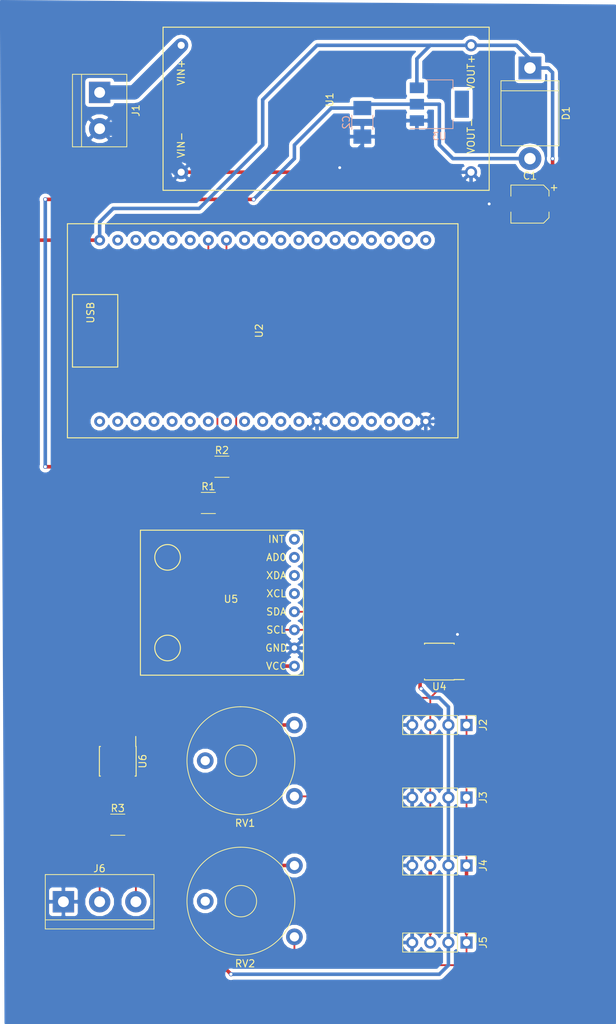
<source format=kicad_pcb>
(kicad_pcb (version 4) (host pcbnew 4.0.7)

  (general
    (links 56)
    (no_connects 2)
    (area 14.605 43.815 100.965001 187.325001)
    (thickness 1.6)
    (drawings 0)
    (tracks 187)
    (zones 0)
    (modules 20)
    (nets 53)
  )

  (page A4)
  (layers
    (0 F.Cu signal)
    (31 B.Cu signal)
    (32 B.Adhes user)
    (33 F.Adhes user)
    (34 B.Paste user)
    (35 F.Paste user)
    (36 B.SilkS user)
    (37 F.SilkS user)
    (38 B.Mask user)
    (39 F.Mask user)
    (40 Dwgs.User user)
    (41 Cmts.User user)
    (42 Eco1.User user)
    (43 Eco2.User user)
    (44 Edge.Cuts user)
    (45 Margin user)
    (46 B.CrtYd user)
    (47 F.CrtYd user)
    (48 B.Fab user)
    (49 F.Fab user)
  )

  (setup
    (last_trace_width 0.25)
    (trace_clearance 0.2)
    (zone_clearance 0.508)
    (zone_45_only no)
    (trace_min 0.2)
    (segment_width 0.2)
    (edge_width 0.15)
    (via_size 0.6)
    (via_drill 0.4)
    (via_min_size 0.4)
    (via_min_drill 0.3)
    (uvia_size 0.3)
    (uvia_drill 0.1)
    (uvias_allowed no)
    (uvia_min_size 0.2)
    (uvia_min_drill 0.1)
    (pcb_text_width 0.3)
    (pcb_text_size 1.5 1.5)
    (mod_edge_width 0.15)
    (mod_text_size 1 1)
    (mod_text_width 0.15)
    (pad_size 1.524 1.524)
    (pad_drill 0.762)
    (pad_to_mask_clearance 0.2)
    (aux_axis_origin 0 0)
    (visible_elements FFFFFF7F)
    (pcbplotparams
      (layerselection 0x00030_80000001)
      (usegerberextensions false)
      (excludeedgelayer true)
      (linewidth 0.100000)
      (plotframeref false)
      (viasonmask false)
      (mode 1)
      (useauxorigin false)
      (hpglpennumber 1)
      (hpglpenspeed 20)
      (hpglpendiameter 15)
      (hpglpenoverlay 2)
      (psnegative false)
      (psa4output false)
      (plotreference true)
      (plotvalue true)
      (plotinvisibletext false)
      (padsonsilk false)
      (subtractmaskfromsilk false)
      (outputformat 1)
      (mirror false)
      (drillshape 1)
      (scaleselection 1)
      (outputdirectory ""))
  )

  (net 0 "")
  (net 1 +12V)
  (net 2 +5V)
  (net 3 GND)
  (net 4 "Net-(U2-Pad1)")
  (net 5 "Net-(U2-Pad2)")
  (net 6 "Net-(U2-Pad3)")
  (net 7 "Net-(U2-Pad4)")
  (net 8 "Net-(U2-Pad5)")
  (net 9 "Net-(U2-Pad6)")
  (net 10 "Net-(U2-Pad7)")
  (net 11 "Net-(U2-Pad8)")
  (net 12 "Net-(U2-Pad9)")
  (net 13 "Net-(U2-Pad10)")
  (net 14 "Net-(U2-Pad11)")
  (net 15 "Net-(U2-Pad14)")
  (net 16 "Net-(U2-Pad15)")
  (net 17 "Net-(U2-Pad16)")
  (net 18 "Net-(U2-Pad17)")
  (net 19 "Net-(U2-Pad18)")
  (net 20 "Net-(U2-Pad20)")
  (net 21 "Net-(U2-Pad21)")
  (net 22 "Net-(U2-Pad22)")
  (net 23 "Net-(U2-Pad23)")
  (net 24 "Net-(U2-Pad24)")
  (net 25 "Net-(U2-Pad25)")
  (net 26 "Net-(U2-Pad26)")
  (net 27 "Net-(U2-Pad27)")
  (net 28 "Net-(U2-Pad28)")
  (net 29 "Net-(U2-Pad29)")
  (net 30 "Net-(U2-Pad30)")
  (net 31 "Net-(U2-Pad31)")
  (net 32 "Net-(U2-Pad33)")
  (net 33 "Net-(U2-Pad34)")
  (net 34 "Net-(U2-Pad35)")
  (net 35 "Net-(U2-Pad36)")
  (net 36 "Net-(U2-Pad37)")
  (net 37 +3V3)
  (net 38 /SDA0BUF)
  (net 39 /SCL0BUF)
  (net 40 /SCL0ESP)
  (net 41 /SDA0ESP)
  (net 42 "Net-(U4-Pad1)")
  (net 43 "Net-(U4-Pad5)")
  (net 44 "Net-(U5-Pad5)")
  (net 45 "Net-(U5-Pad6)")
  (net 46 "Net-(U5-Pad7)")
  (net 47 "Net-(U5-Pad8)")
  (net 48 "Net-(U6-Pad1)")
  (net 49 "Net-(J6-Pad2)")
  (net 50 "Net-(J6-Pad3)")
  (net 51 "Net-(RV1-Pad2)")
  (net 52 "Net-(RV2-Pad2)")

  (net_class Default "This is the default net class."
    (clearance 0.2)
    (trace_width 0.25)
    (via_dia 0.6)
    (via_drill 0.4)
    (uvia_dia 0.3)
    (uvia_drill 0.1)
    (add_net /SCL0BUF)
    (add_net /SCL0ESP)
    (add_net /SDA0BUF)
    (add_net /SDA0ESP)
    (add_net "Net-(J6-Pad2)")
    (add_net "Net-(J6-Pad3)")
    (add_net "Net-(RV1-Pad2)")
    (add_net "Net-(RV2-Pad2)")
    (add_net "Net-(U2-Pad1)")
    (add_net "Net-(U2-Pad10)")
    (add_net "Net-(U2-Pad11)")
    (add_net "Net-(U2-Pad14)")
    (add_net "Net-(U2-Pad15)")
    (add_net "Net-(U2-Pad16)")
    (add_net "Net-(U2-Pad17)")
    (add_net "Net-(U2-Pad18)")
    (add_net "Net-(U2-Pad2)")
    (add_net "Net-(U2-Pad20)")
    (add_net "Net-(U2-Pad21)")
    (add_net "Net-(U2-Pad22)")
    (add_net "Net-(U2-Pad23)")
    (add_net "Net-(U2-Pad24)")
    (add_net "Net-(U2-Pad25)")
    (add_net "Net-(U2-Pad26)")
    (add_net "Net-(U2-Pad27)")
    (add_net "Net-(U2-Pad28)")
    (add_net "Net-(U2-Pad29)")
    (add_net "Net-(U2-Pad3)")
    (add_net "Net-(U2-Pad30)")
    (add_net "Net-(U2-Pad31)")
    (add_net "Net-(U2-Pad33)")
    (add_net "Net-(U2-Pad34)")
    (add_net "Net-(U2-Pad35)")
    (add_net "Net-(U2-Pad36)")
    (add_net "Net-(U2-Pad37)")
    (add_net "Net-(U2-Pad4)")
    (add_net "Net-(U2-Pad5)")
    (add_net "Net-(U2-Pad6)")
    (add_net "Net-(U2-Pad7)")
    (add_net "Net-(U2-Pad8)")
    (add_net "Net-(U2-Pad9)")
    (add_net "Net-(U4-Pad1)")
    (add_net "Net-(U4-Pad5)")
    (add_net "Net-(U5-Pad5)")
    (add_net "Net-(U5-Pad6)")
    (add_net "Net-(U5-Pad7)")
    (add_net "Net-(U5-Pad8)")
    (add_net "Net-(U6-Pad1)")
  )

  (net_class pwr ""
    (clearance 0.5)
    (trace_width 2)
    (via_dia 1)
    (via_drill 0.5)
    (uvia_dia 0.3)
    (uvia_drill 0.1)
    (add_net +12V)
  )

  (net_class pwr3 ""
    (clearance 0.2)
    (trace_width 0.5)
    (via_dia 0.6)
    (via_drill 0.4)
    (uvia_dia 0.3)
    (uvia_drill 0.1)
    (add_net +3V3)
  )

  (net_class pwr5 ""
    (clearance 0.2)
    (trace_width 0.5)
    (via_dia 0.6)
    (via_drill 0.4)
    (uvia_dia 0.3)
    (uvia_drill 0.1)
    (add_net +5V)
    (add_net GND)
  )

  (module Connectors_Terminal_Blocks:TerminalBlock_bornier-2_P5.08mm (layer F.Cu) (tedit 59FF03AB) (tstamp 5B2501C5)
    (at 28.575 56.769 270)
    (descr "simple 2-pin terminal block, pitch 5.08mm, revamped version of bornier2")
    (tags "terminal block bornier2")
    (path /5B23E0D2)
    (fp_text reference J1 (at 2.54 -5.08 270) (layer F.SilkS)
      (effects (font (size 1 1) (thickness 0.15)))
    )
    (fp_text value BAT (at 2.54 5.08 270) (layer F.Fab)
      (effects (font (size 1 1) (thickness 0.15)))
    )
    (fp_text user %R (at 2.54 0 270) (layer F.Fab)
      (effects (font (size 1 1) (thickness 0.15)))
    )
    (fp_line (start -2.41 2.55) (end 7.49 2.55) (layer F.Fab) (width 0.1))
    (fp_line (start -2.46 -3.75) (end -2.46 3.75) (layer F.Fab) (width 0.1))
    (fp_line (start -2.46 3.75) (end 7.54 3.75) (layer F.Fab) (width 0.1))
    (fp_line (start 7.54 3.75) (end 7.54 -3.75) (layer F.Fab) (width 0.1))
    (fp_line (start 7.54 -3.75) (end -2.46 -3.75) (layer F.Fab) (width 0.1))
    (fp_line (start 7.62 2.54) (end -2.54 2.54) (layer F.SilkS) (width 0.12))
    (fp_line (start 7.62 3.81) (end 7.62 -3.81) (layer F.SilkS) (width 0.12))
    (fp_line (start 7.62 -3.81) (end -2.54 -3.81) (layer F.SilkS) (width 0.12))
    (fp_line (start -2.54 -3.81) (end -2.54 3.81) (layer F.SilkS) (width 0.12))
    (fp_line (start -2.54 3.81) (end 7.62 3.81) (layer F.SilkS) (width 0.12))
    (fp_line (start -2.71 -4) (end 7.79 -4) (layer F.CrtYd) (width 0.05))
    (fp_line (start -2.71 -4) (end -2.71 4) (layer F.CrtYd) (width 0.05))
    (fp_line (start 7.79 4) (end 7.79 -4) (layer F.CrtYd) (width 0.05))
    (fp_line (start 7.79 4) (end -2.71 4) (layer F.CrtYd) (width 0.05))
    (pad 1 thru_hole rect (at 0 0 270) (size 3 3) (drill 1.52) (layers *.Cu *.Mask)
      (net 1 +12V))
    (pad 2 thru_hole circle (at 5.08 0 270) (size 3 3) (drill 1.52) (layers *.Cu *.Mask)
      (net 3 GND))
    (model ${KISYS3DMOD}/Terminal_Blocks.3dshapes/TerminalBlock_bornier-2_P5.08mm.wrl
      (at (xyz 0.1 0 0))
      (scale (xyz 1 1 1))
      (rotate (xyz 0 0 0))
    )
  )

  (module new-joy:dc_dc_converter (layer F.Cu) (tedit 5B2504ED) (tstamp 5B250A8B)
    (at 60.325 59.055 90)
    (path /5B23E028)
    (fp_text reference U1 (at 1.27 0.5 90) (layer F.SilkS)
      (effects (font (size 1 1) (thickness 0.15)))
    )
    (fp_text value dc_dc_converter (at 1.27 -0.5 90) (layer F.Fab)
      (effects (font (size 1 1) (thickness 0.15)))
    )
    (fp_text user VOUT- (at -3.81 20.32 90) (layer F.SilkS)
      (effects (font (size 1 1) (thickness 0.15)))
    )
    (fp_text user VOUT+ (at 5.08 20.32 90) (layer F.SilkS)
      (effects (font (size 1 1) (thickness 0.15)))
    )
    (fp_text user VIN- (at -5.08 -20.32 90) (layer F.SilkS)
      (effects (font (size 1 1) (thickness 0.15)))
    )
    (fp_text user VIN+ (at 5.08 -20.32 90) (layer F.SilkS)
      (effects (font (size 1 1) (thickness 0.15)))
    )
    (fp_line (start -11.43 -22.86) (end -11.43 22.86) (layer F.SilkS) (width 0.15))
    (fp_line (start -11.43 22.86) (end 11.43 22.86) (layer F.SilkS) (width 0.15))
    (fp_line (start 11.43 22.86) (end 11.43 -22.86) (layer F.SilkS) (width 0.15))
    (fp_line (start 11.43 -22.86) (end -11.43 -22.86) (layer F.SilkS) (width 0.15))
    (pad 2 thru_hole circle (at -8.89 -20.32 90) (size 1.7 1.7) (drill 1) (layers *.Cu *.Mask)
      (net 3 GND))
    (pad 4 thru_hole circle (at -8.89 20.32 90) (size 1.7 1.7) (drill 1) (layers *.Cu *.Mask)
      (net 3 GND))
    (pad 3 thru_hole circle (at 8.89 20.32 90) (size 1.7 1.7) (drill 1) (layers *.Cu *.Mask)
      (net 2 +5V))
    (pad 1 thru_hole circle (at 8.89 -20.32 90) (size 1.7 1.7) (drill 1) (layers *.Cu *.Mask)
      (net 1 +12V))
  )

  (module new-joy:AZReady_ESP32 (layer F.Cu) (tedit 5B23D6C8) (tstamp 5B250A9A)
    (at 51.435 90.17 270)
    (path /5B23C3C4)
    (fp_text reference U2 (at 0 0.5 270) (layer F.SilkS)
      (effects (font (size 1 1) (thickness 0.15)))
    )
    (fp_text value AZReady_ESP32 (at 0 -0.5 270) (layer F.Fab)
      (effects (font (size 1 1) (thickness 0.15)))
    )
    (fp_text user USB (at -2.54 24.13 270) (layer F.SilkS)
      (effects (font (size 1 1) (thickness 0.15)))
    )
    (fp_line (start -5.08 20.32) (end -5.08 26.67) (layer F.SilkS) (width 0.15))
    (fp_line (start -5.08 26.67) (end 5.08 26.67) (layer F.SilkS) (width 0.15))
    (fp_line (start 5.08 26.67) (end 5.08 20.32) (layer F.SilkS) (width 0.15))
    (fp_line (start 5.08 20.32) (end -5.08 20.32) (layer F.SilkS) (width 0.15))
    (fp_line (start -15 -27.375) (end 15 -27.375) (layer F.SilkS) (width 0.15))
    (fp_line (start -15 27.375) (end 15 27.375) (layer F.SilkS) (width 0.15))
    (fp_line (start -15 -27.375) (end -15 27.375) (layer F.SilkS) (width 0.15))
    (fp_line (start 15 -27.375) (end 15 27.375) (layer F.SilkS) (width 0.15))
    (pad 1 thru_hole circle (at -12.7 -22.86 270) (size 1.524 1.524) (drill 0.762) (layers *.Cu *.Mask)
      (net 4 "Net-(U2-Pad1)"))
    (pad 2 thru_hole circle (at -12.7 -20.32 270) (size 1.524 1.524) (drill 0.762) (layers *.Cu *.Mask)
      (net 5 "Net-(U2-Pad2)"))
    (pad 3 thru_hole circle (at -12.7 -17.78 270) (size 1.524 1.524) (drill 0.762) (layers *.Cu *.Mask)
      (net 6 "Net-(U2-Pad3)"))
    (pad 4 thru_hole circle (at -12.7 -15.24 270) (size 1.524 1.524) (drill 0.762) (layers *.Cu *.Mask)
      (net 7 "Net-(U2-Pad4)"))
    (pad 5 thru_hole circle (at -12.7 -12.7 270) (size 1.524 1.524) (drill 0.762) (layers *.Cu *.Mask)
      (net 8 "Net-(U2-Pad5)"))
    (pad 6 thru_hole circle (at -12.7 -10.16 270) (size 1.524 1.524) (drill 0.762) (layers *.Cu *.Mask)
      (net 9 "Net-(U2-Pad6)"))
    (pad 7 thru_hole circle (at -12.7 -7.62 270) (size 1.524 1.524) (drill 0.762) (layers *.Cu *.Mask)
      (net 10 "Net-(U2-Pad7)"))
    (pad 8 thru_hole circle (at -12.7 -5.08 270) (size 1.524 1.524) (drill 0.762) (layers *.Cu *.Mask)
      (net 11 "Net-(U2-Pad8)"))
    (pad 9 thru_hole circle (at -12.7 -2.54 270) (size 1.524 1.524) (drill 0.762) (layers *.Cu *.Mask)
      (net 12 "Net-(U2-Pad9)"))
    (pad 10 thru_hole circle (at -12.7 0 270) (size 1.524 1.524) (drill 0.762) (layers *.Cu *.Mask)
      (net 13 "Net-(U2-Pad10)"))
    (pad 11 thru_hole circle (at -12.7 2.54 270) (size 1.524 1.524) (drill 0.762) (layers *.Cu *.Mask)
      (net 14 "Net-(U2-Pad11)"))
    (pad 12 thru_hole circle (at -12.7 5.08 270) (size 1.524 1.524) (drill 0.762) (layers *.Cu *.Mask)
      (net 41 /SDA0ESP))
    (pad 13 thru_hole circle (at -12.7 7.62 270) (size 1.524 1.524) (drill 0.762) (layers *.Cu *.Mask)
      (net 40 /SCL0ESP))
    (pad 14 thru_hole circle (at -12.7 10.16 270) (size 1.524 1.524) (drill 0.762) (layers *.Cu *.Mask)
      (net 15 "Net-(U2-Pad14)"))
    (pad 15 thru_hole circle (at -12.7 12.7 270) (size 1.524 1.524) (drill 0.762) (layers *.Cu *.Mask)
      (net 16 "Net-(U2-Pad15)"))
    (pad 16 thru_hole circle (at -12.7 15.24 270) (size 1.524 1.524) (drill 0.762) (layers *.Cu *.Mask)
      (net 17 "Net-(U2-Pad16)"))
    (pad 17 thru_hole circle (at -12.7 17.78 270) (size 1.524 1.524) (drill 0.762) (layers *.Cu *.Mask)
      (net 18 "Net-(U2-Pad17)"))
    (pad 18 thru_hole circle (at -12.7 20.32 270) (size 1.524 1.524) (drill 0.762) (layers *.Cu *.Mask)
      (net 19 "Net-(U2-Pad18)"))
    (pad 19 thru_hole circle (at -12.7 22.86 270) (size 1.524 1.524) (drill 0.762) (layers *.Cu *.Mask)
      (net 2 +5V))
    (pad 20 thru_hole circle (at 12.7 22.86 270) (size 1.524 1.524) (drill 0.762) (layers *.Cu *.Mask)
      (net 20 "Net-(U2-Pad20)"))
    (pad 21 thru_hole circle (at 12.7 20.32 270) (size 1.524 1.524) (drill 0.762) (layers *.Cu *.Mask)
      (net 21 "Net-(U2-Pad21)"))
    (pad 22 thru_hole circle (at 12.7 17.78 270) (size 1.524 1.524) (drill 0.762) (layers *.Cu *.Mask)
      (net 22 "Net-(U2-Pad22)"))
    (pad 23 thru_hole circle (at 12.7 15.24 270) (size 1.524 1.524) (drill 0.762) (layers *.Cu *.Mask)
      (net 23 "Net-(U2-Pad23)"))
    (pad 24 thru_hole circle (at 12.7 12.7 270) (size 1.524 1.524) (drill 0.762) (layers *.Cu *.Mask)
      (net 24 "Net-(U2-Pad24)"))
    (pad 25 thru_hole circle (at 12.7 10.16 270) (size 1.524 1.524) (drill 0.762) (layers *.Cu *.Mask)
      (net 25 "Net-(U2-Pad25)"))
    (pad 26 thru_hole circle (at 12.7 7.62 270) (size 1.524 1.524) (drill 0.762) (layers *.Cu *.Mask)
      (net 26 "Net-(U2-Pad26)"))
    (pad 27 thru_hole circle (at 12.7 5.08 270) (size 1.524 1.524) (drill 0.762) (layers *.Cu *.Mask)
      (net 27 "Net-(U2-Pad27)"))
    (pad 28 thru_hole circle (at 12.7 2.54 270) (size 1.524 1.524) (drill 0.762) (layers *.Cu *.Mask)
      (net 28 "Net-(U2-Pad28)"))
    (pad 29 thru_hole circle (at 12.7 0 270) (size 1.524 1.524) (drill 0.762) (layers *.Cu *.Mask)
      (net 29 "Net-(U2-Pad29)"))
    (pad 30 thru_hole circle (at 12.7 -2.54 270) (size 1.524 1.524) (drill 0.762) (layers *.Cu *.Mask)
      (net 30 "Net-(U2-Pad30)"))
    (pad 31 thru_hole circle (at 12.7 -5.08 270) (size 1.524 1.524) (drill 0.762) (layers *.Cu *.Mask)
      (net 31 "Net-(U2-Pad31)"))
    (pad 32 thru_hole circle (at 12.7 -7.62 270) (size 1.524 1.524) (drill 0.762) (layers *.Cu *.Mask)
      (net 3 GND))
    (pad 33 thru_hole circle (at 12.7 -10.16 270) (size 1.524 1.524) (drill 0.762) (layers *.Cu *.Mask)
      (net 32 "Net-(U2-Pad33)"))
    (pad 34 thru_hole circle (at 12.7 -12.7 270) (size 1.524 1.524) (drill 0.762) (layers *.Cu *.Mask)
      (net 33 "Net-(U2-Pad34)"))
    (pad 35 thru_hole circle (at 12.7 -15.24 270) (size 1.524 1.524) (drill 0.762) (layers *.Cu *.Mask)
      (net 34 "Net-(U2-Pad35)"))
    (pad 36 thru_hole circle (at 12.7 -17.78 270) (size 1.524 1.524) (drill 0.762) (layers *.Cu *.Mask)
      (net 35 "Net-(U2-Pad36)"))
    (pad 37 thru_hole circle (at 12.7 -20.32 270) (size 1.524 1.524) (drill 0.762) (layers *.Cu *.Mask)
      (net 36 "Net-(U2-Pad37)"))
    (pad 38 thru_hole circle (at 12.7 -22.86 270) (size 1.524 1.524) (drill 0.762) (layers *.Cu *.Mask)
      (net 3 GND))
  )

  (module Diodes_THT:D_5KPW_P12.70mm_Horizontal (layer F.Cu) (tedit 5921392E) (tstamp 5B251989)
    (at 88.9 53.34 270)
    (descr "D, 5KPW series, Axial, Horizontal, pin pitch=12.7mm, , length*diameter=9*8mm^2, , http://www.diodes.com/_files/packages/8686949.gif")
    (tags "D 5KPW series Axial Horizontal pin pitch 12.7mm  length 9mm diameter 8mm")
    (path /5B25103F)
    (fp_text reference D1 (at 6.35 -5.06 270) (layer F.SilkS)
      (effects (font (size 1 1) (thickness 0.15)))
    )
    (fp_text value D (at 6.35 5.06 270) (layer F.Fab)
      (effects (font (size 1 1) (thickness 0.15)))
    )
    (fp_text user %R (at 6.35 0 270) (layer F.Fab)
      (effects (font (size 1 1) (thickness 0.15)))
    )
    (fp_line (start 1.85 -4) (end 1.85 4) (layer F.Fab) (width 0.1))
    (fp_line (start 1.85 4) (end 10.85 4) (layer F.Fab) (width 0.1))
    (fp_line (start 10.85 4) (end 10.85 -4) (layer F.Fab) (width 0.1))
    (fp_line (start 10.85 -4) (end 1.85 -4) (layer F.Fab) (width 0.1))
    (fp_line (start 0 0) (end 1.85 0) (layer F.Fab) (width 0.1))
    (fp_line (start 12.7 0) (end 10.85 0) (layer F.Fab) (width 0.1))
    (fp_line (start 3.2 -4) (end 3.2 4) (layer F.Fab) (width 0.1))
    (fp_line (start 1.79 -4.06) (end 1.79 4.06) (layer F.SilkS) (width 0.12))
    (fp_line (start 1.79 4.06) (end 10.91 4.06) (layer F.SilkS) (width 0.12))
    (fp_line (start 10.91 4.06) (end 10.91 -4.06) (layer F.SilkS) (width 0.12))
    (fp_line (start 10.91 -4.06) (end 1.79 -4.06) (layer F.SilkS) (width 0.12))
    (fp_line (start 1.78 0) (end 1.79 0) (layer F.SilkS) (width 0.12))
    (fp_line (start 10.92 0) (end 10.91 0) (layer F.SilkS) (width 0.12))
    (fp_line (start 3.2 -4.06) (end 3.2 4.06) (layer F.SilkS) (width 0.12))
    (fp_line (start -1.85 -4.35) (end -1.85 4.35) (layer F.CrtYd) (width 0.05))
    (fp_line (start -1.85 4.35) (end 14.55 4.35) (layer F.CrtYd) (width 0.05))
    (fp_line (start 14.55 4.35) (end 14.55 -4.35) (layer F.CrtYd) (width 0.05))
    (fp_line (start 14.55 -4.35) (end -1.85 -4.35) (layer F.CrtYd) (width 0.05))
    (pad 1 thru_hole rect (at 0 0 270) (size 3.2 3.2) (drill 1.6) (layers *.Cu *.Mask)
      (net 2 +5V))
    (pad 2 thru_hole oval (at 12.7 0 270) (size 3.2 3.2) (drill 1.6) (layers *.Cu *.Mask)
      (net 37 +3V3))
    (model ${KISYS3DMOD}/Diodes_THT.3dshapes/D_5KPW_P12.70mm_Horizontal.wrl
      (at (xyz 0 0 0))
      (scale (xyz 0.393701 0.393701 0.393701))
      (rotate (xyz 0 0 0))
    )
  )

  (module Pin_Headers:Pin_Header_Straight_1x04_Pitch2.54mm (layer F.Cu) (tedit 59650532) (tstamp 5B251991)
    (at 80.01 145.415 270)
    (descr "Through hole straight pin header, 1x04, 2.54mm pitch, single row")
    (tags "Through hole pin header THT 1x04 2.54mm single row")
    (path /5B25176E)
    (fp_text reference J2 (at 0 -2.33 270) (layer F.SilkS)
      (effects (font (size 1 1) (thickness 0.15)))
    )
    (fp_text value I2C_CONN_4 (at 0 9.95 270) (layer F.Fab)
      (effects (font (size 1 1) (thickness 0.15)))
    )
    (fp_line (start -0.635 -1.27) (end 1.27 -1.27) (layer F.Fab) (width 0.1))
    (fp_line (start 1.27 -1.27) (end 1.27 8.89) (layer F.Fab) (width 0.1))
    (fp_line (start 1.27 8.89) (end -1.27 8.89) (layer F.Fab) (width 0.1))
    (fp_line (start -1.27 8.89) (end -1.27 -0.635) (layer F.Fab) (width 0.1))
    (fp_line (start -1.27 -0.635) (end -0.635 -1.27) (layer F.Fab) (width 0.1))
    (fp_line (start -1.33 8.95) (end 1.33 8.95) (layer F.SilkS) (width 0.12))
    (fp_line (start -1.33 1.27) (end -1.33 8.95) (layer F.SilkS) (width 0.12))
    (fp_line (start 1.33 1.27) (end 1.33 8.95) (layer F.SilkS) (width 0.12))
    (fp_line (start -1.33 1.27) (end 1.33 1.27) (layer F.SilkS) (width 0.12))
    (fp_line (start -1.33 0) (end -1.33 -1.33) (layer F.SilkS) (width 0.12))
    (fp_line (start -1.33 -1.33) (end 0 -1.33) (layer F.SilkS) (width 0.12))
    (fp_line (start -1.8 -1.8) (end -1.8 9.4) (layer F.CrtYd) (width 0.05))
    (fp_line (start -1.8 9.4) (end 1.8 9.4) (layer F.CrtYd) (width 0.05))
    (fp_line (start 1.8 9.4) (end 1.8 -1.8) (layer F.CrtYd) (width 0.05))
    (fp_line (start 1.8 -1.8) (end -1.8 -1.8) (layer F.CrtYd) (width 0.05))
    (fp_text user %R (at 0 3.81 360) (layer F.Fab)
      (effects (font (size 1 1) (thickness 0.15)))
    )
    (pad 1 thru_hole rect (at 0 0 270) (size 1.7 1.7) (drill 1) (layers *.Cu *.Mask)
      (net 38 /SDA0BUF))
    (pad 2 thru_hole oval (at 0 2.54 270) (size 1.7 1.7) (drill 1) (layers *.Cu *.Mask)
      (net 2 +5V))
    (pad 3 thru_hole oval (at 0 5.08 270) (size 1.7 1.7) (drill 1) (layers *.Cu *.Mask)
      (net 39 /SCL0BUF))
    (pad 4 thru_hole oval (at 0 7.62 270) (size 1.7 1.7) (drill 1) (layers *.Cu *.Mask)
      (net 3 GND))
    (model ${KISYS3DMOD}/Pin_Headers.3dshapes/Pin_Header_Straight_1x04_Pitch2.54mm.wrl
      (at (xyz 0 0 0))
      (scale (xyz 1 1 1))
      (rotate (xyz 0 0 0))
    )
  )

  (module TO_SOT_Packages_SMD:SOT-223 (layer B.Cu) (tedit 58CE4E7E) (tstamp 5B2519A5)
    (at 76.2 58.42)
    (descr "module CMS SOT223 4 pins")
    (tags "CMS SOT")
    (path /5B250E5A)
    (attr smd)
    (fp_text reference U3 (at 0 4.5) (layer B.SilkS)
      (effects (font (size 1 1) (thickness 0.15)) (justify mirror))
    )
    (fp_text value AZ1117-3.3 (at 0 -4.5) (layer B.Fab)
      (effects (font (size 1 1) (thickness 0.15)) (justify mirror))
    )
    (fp_text user %R (at 0 0 270) (layer B.Fab)
      (effects (font (size 0.8 0.8) (thickness 0.12)) (justify mirror))
    )
    (fp_line (start -1.85 2.3) (end -0.8 3.35) (layer B.Fab) (width 0.1))
    (fp_line (start 1.91 -3.41) (end 1.91 -2.15) (layer B.SilkS) (width 0.12))
    (fp_line (start 1.91 3.41) (end 1.91 2.15) (layer B.SilkS) (width 0.12))
    (fp_line (start 4.4 3.6) (end -4.4 3.6) (layer B.CrtYd) (width 0.05))
    (fp_line (start 4.4 -3.6) (end 4.4 3.6) (layer B.CrtYd) (width 0.05))
    (fp_line (start -4.4 -3.6) (end 4.4 -3.6) (layer B.CrtYd) (width 0.05))
    (fp_line (start -4.4 3.6) (end -4.4 -3.6) (layer B.CrtYd) (width 0.05))
    (fp_line (start -1.85 2.3) (end -1.85 -3.35) (layer B.Fab) (width 0.1))
    (fp_line (start -1.85 -3.41) (end 1.91 -3.41) (layer B.SilkS) (width 0.12))
    (fp_line (start -0.8 3.35) (end 1.85 3.35) (layer B.Fab) (width 0.1))
    (fp_line (start -4.1 3.41) (end 1.91 3.41) (layer B.SilkS) (width 0.12))
    (fp_line (start -1.85 -3.35) (end 1.85 -3.35) (layer B.Fab) (width 0.1))
    (fp_line (start 1.85 3.35) (end 1.85 -3.35) (layer B.Fab) (width 0.1))
    (pad 4 smd rect (at 3.15 0) (size 2 3.8) (layers B.Cu B.Paste B.Mask))
    (pad 2 smd rect (at -3.15 0) (size 2 1.5) (layers B.Cu B.Paste B.Mask)
      (net 37 +3V3))
    (pad 3 smd rect (at -3.15 -2.3) (size 2 1.5) (layers B.Cu B.Paste B.Mask)
      (net 2 +5V))
    (pad 1 smd rect (at -3.15 2.3) (size 2 1.5) (layers B.Cu B.Paste B.Mask)
      (net 3 GND))
    (model ${KISYS3DMOD}/TO_SOT_Packages_SMD.3dshapes/SOT-223.wrl
      (at (xyz 0 0 0))
      (scale (xyz 1 1 1))
      (rotate (xyz 0 0 0))
    )
  )

  (module Capacitors_SMD:C_1210_HandSoldering (layer B.Cu) (tedit 58AA84FB) (tstamp 5B266194)
    (at 65.405 60.96 270)
    (descr "Capacitor SMD 1210, hand soldering")
    (tags "capacitor 1210")
    (path /5B253992)
    (attr smd)
    (fp_text reference C2 (at 0 2.25 270) (layer B.SilkS)
      (effects (font (size 1 1) (thickness 0.15)) (justify mirror))
    )
    (fp_text value 100nF (at 0 -2.5 270) (layer B.Fab)
      (effects (font (size 1 1) (thickness 0.15)) (justify mirror))
    )
    (fp_text user %R (at 0 2.25 270) (layer B.Fab)
      (effects (font (size 1 1) (thickness 0.15)) (justify mirror))
    )
    (fp_line (start -1.6 -1.25) (end -1.6 1.25) (layer B.Fab) (width 0.1))
    (fp_line (start 1.6 -1.25) (end -1.6 -1.25) (layer B.Fab) (width 0.1))
    (fp_line (start 1.6 1.25) (end 1.6 -1.25) (layer B.Fab) (width 0.1))
    (fp_line (start -1.6 1.25) (end 1.6 1.25) (layer B.Fab) (width 0.1))
    (fp_line (start 1 1.48) (end -1 1.48) (layer B.SilkS) (width 0.12))
    (fp_line (start -1 -1.48) (end 1 -1.48) (layer B.SilkS) (width 0.12))
    (fp_line (start -3.25 1.5) (end 3.25 1.5) (layer B.CrtYd) (width 0.05))
    (fp_line (start -3.25 1.5) (end -3.25 -1.5) (layer B.CrtYd) (width 0.05))
    (fp_line (start 3.25 -1.5) (end 3.25 1.5) (layer B.CrtYd) (width 0.05))
    (fp_line (start 3.25 -1.5) (end -3.25 -1.5) (layer B.CrtYd) (width 0.05))
    (pad 1 smd rect (at -2 0 270) (size 2 2.5) (layers B.Cu B.Paste B.Mask)
      (net 37 +3V3))
    (pad 2 smd rect (at 2 0 270) (size 2 2.5) (layers B.Cu B.Paste B.Mask)
      (net 3 GND))
    (model Capacitors_SMD.3dshapes/C_1210.wrl
      (at (xyz 0 0 0))
      (scale (xyz 1 1 1))
      (rotate (xyz 0 0 0))
    )
  )

  (module Pin_Headers:Pin_Header_Straight_1x04_Pitch2.54mm (layer F.Cu) (tedit 59650532) (tstamp 5B26619C)
    (at 80.01 155.575 270)
    (descr "Through hole straight pin header, 1x04, 2.54mm pitch, single row")
    (tags "Through hole pin header THT 1x04 2.54mm single row")
    (path /5B267501)
    (fp_text reference J3 (at 0 -2.33 270) (layer F.SilkS)
      (effects (font (size 1 1) (thickness 0.15)))
    )
    (fp_text value I2C_CONN_1 (at 0 9.95 270) (layer F.Fab)
      (effects (font (size 1 1) (thickness 0.15)))
    )
    (fp_line (start -0.635 -1.27) (end 1.27 -1.27) (layer F.Fab) (width 0.1))
    (fp_line (start 1.27 -1.27) (end 1.27 8.89) (layer F.Fab) (width 0.1))
    (fp_line (start 1.27 8.89) (end -1.27 8.89) (layer F.Fab) (width 0.1))
    (fp_line (start -1.27 8.89) (end -1.27 -0.635) (layer F.Fab) (width 0.1))
    (fp_line (start -1.27 -0.635) (end -0.635 -1.27) (layer F.Fab) (width 0.1))
    (fp_line (start -1.33 8.95) (end 1.33 8.95) (layer F.SilkS) (width 0.12))
    (fp_line (start -1.33 1.27) (end -1.33 8.95) (layer F.SilkS) (width 0.12))
    (fp_line (start 1.33 1.27) (end 1.33 8.95) (layer F.SilkS) (width 0.12))
    (fp_line (start -1.33 1.27) (end 1.33 1.27) (layer F.SilkS) (width 0.12))
    (fp_line (start -1.33 0) (end -1.33 -1.33) (layer F.SilkS) (width 0.12))
    (fp_line (start -1.33 -1.33) (end 0 -1.33) (layer F.SilkS) (width 0.12))
    (fp_line (start -1.8 -1.8) (end -1.8 9.4) (layer F.CrtYd) (width 0.05))
    (fp_line (start -1.8 9.4) (end 1.8 9.4) (layer F.CrtYd) (width 0.05))
    (fp_line (start 1.8 9.4) (end 1.8 -1.8) (layer F.CrtYd) (width 0.05))
    (fp_line (start 1.8 -1.8) (end -1.8 -1.8) (layer F.CrtYd) (width 0.05))
    (fp_text user %R (at 0 3.81 360) (layer F.Fab)
      (effects (font (size 1 1) (thickness 0.15)))
    )
    (pad 1 thru_hole rect (at 0 0 270) (size 1.7 1.7) (drill 1) (layers *.Cu *.Mask)
      (net 38 /SDA0BUF))
    (pad 2 thru_hole oval (at 0 2.54 270) (size 1.7 1.7) (drill 1) (layers *.Cu *.Mask)
      (net 2 +5V))
    (pad 3 thru_hole oval (at 0 5.08 270) (size 1.7 1.7) (drill 1) (layers *.Cu *.Mask)
      (net 39 /SCL0BUF))
    (pad 4 thru_hole oval (at 0 7.62 270) (size 1.7 1.7) (drill 1) (layers *.Cu *.Mask)
      (net 3 GND))
    (model ${KISYS3DMOD}/Pin_Headers.3dshapes/Pin_Header_Straight_1x04_Pitch2.54mm.wrl
      (at (xyz 0 0 0))
      (scale (xyz 1 1 1))
      (rotate (xyz 0 0 0))
    )
  )

  (module Pin_Headers:Pin_Header_Straight_1x04_Pitch2.54mm (layer F.Cu) (tedit 59650532) (tstamp 5B2661A4)
    (at 80.01 165.1 270)
    (descr "Through hole straight pin header, 1x04, 2.54mm pitch, single row")
    (tags "Through hole pin header THT 1x04 2.54mm single row")
    (path /5B2674C8)
    (fp_text reference J4 (at 0 -2.33 270) (layer F.SilkS)
      (effects (font (size 1 1) (thickness 0.15)))
    )
    (fp_text value I2C_CONN_2 (at 0 9.95 270) (layer F.Fab)
      (effects (font (size 1 1) (thickness 0.15)))
    )
    (fp_line (start -0.635 -1.27) (end 1.27 -1.27) (layer F.Fab) (width 0.1))
    (fp_line (start 1.27 -1.27) (end 1.27 8.89) (layer F.Fab) (width 0.1))
    (fp_line (start 1.27 8.89) (end -1.27 8.89) (layer F.Fab) (width 0.1))
    (fp_line (start -1.27 8.89) (end -1.27 -0.635) (layer F.Fab) (width 0.1))
    (fp_line (start -1.27 -0.635) (end -0.635 -1.27) (layer F.Fab) (width 0.1))
    (fp_line (start -1.33 8.95) (end 1.33 8.95) (layer F.SilkS) (width 0.12))
    (fp_line (start -1.33 1.27) (end -1.33 8.95) (layer F.SilkS) (width 0.12))
    (fp_line (start 1.33 1.27) (end 1.33 8.95) (layer F.SilkS) (width 0.12))
    (fp_line (start -1.33 1.27) (end 1.33 1.27) (layer F.SilkS) (width 0.12))
    (fp_line (start -1.33 0) (end -1.33 -1.33) (layer F.SilkS) (width 0.12))
    (fp_line (start -1.33 -1.33) (end 0 -1.33) (layer F.SilkS) (width 0.12))
    (fp_line (start -1.8 -1.8) (end -1.8 9.4) (layer F.CrtYd) (width 0.05))
    (fp_line (start -1.8 9.4) (end 1.8 9.4) (layer F.CrtYd) (width 0.05))
    (fp_line (start 1.8 9.4) (end 1.8 -1.8) (layer F.CrtYd) (width 0.05))
    (fp_line (start 1.8 -1.8) (end -1.8 -1.8) (layer F.CrtYd) (width 0.05))
    (fp_text user %R (at 0 3.81 360) (layer F.Fab)
      (effects (font (size 1 1) (thickness 0.15)))
    )
    (pad 1 thru_hole rect (at 0 0 270) (size 1.7 1.7) (drill 1) (layers *.Cu *.Mask)
      (net 38 /SDA0BUF))
    (pad 2 thru_hole oval (at 0 2.54 270) (size 1.7 1.7) (drill 1) (layers *.Cu *.Mask)
      (net 2 +5V))
    (pad 3 thru_hole oval (at 0 5.08 270) (size 1.7 1.7) (drill 1) (layers *.Cu *.Mask)
      (net 39 /SCL0BUF))
    (pad 4 thru_hole oval (at 0 7.62 270) (size 1.7 1.7) (drill 1) (layers *.Cu *.Mask)
      (net 3 GND))
    (model ${KISYS3DMOD}/Pin_Headers.3dshapes/Pin_Header_Straight_1x04_Pitch2.54mm.wrl
      (at (xyz 0 0 0))
      (scale (xyz 1 1 1))
      (rotate (xyz 0 0 0))
    )
  )

  (module Pin_Headers:Pin_Header_Straight_1x04_Pitch2.54mm (layer F.Cu) (tedit 59650532) (tstamp 5B2661AC)
    (at 80.01 175.895 270)
    (descr "Through hole straight pin header, 1x04, 2.54mm pitch, single row")
    (tags "Through hole pin header THT 1x04 2.54mm single row")
    (path /5B26748D)
    (fp_text reference J5 (at 0 -2.33 270) (layer F.SilkS)
      (effects (font (size 1 1) (thickness 0.15)))
    )
    (fp_text value I2C_CONN_3 (at 0 9.95 270) (layer F.Fab)
      (effects (font (size 1 1) (thickness 0.15)))
    )
    (fp_line (start -0.635 -1.27) (end 1.27 -1.27) (layer F.Fab) (width 0.1))
    (fp_line (start 1.27 -1.27) (end 1.27 8.89) (layer F.Fab) (width 0.1))
    (fp_line (start 1.27 8.89) (end -1.27 8.89) (layer F.Fab) (width 0.1))
    (fp_line (start -1.27 8.89) (end -1.27 -0.635) (layer F.Fab) (width 0.1))
    (fp_line (start -1.27 -0.635) (end -0.635 -1.27) (layer F.Fab) (width 0.1))
    (fp_line (start -1.33 8.95) (end 1.33 8.95) (layer F.SilkS) (width 0.12))
    (fp_line (start -1.33 1.27) (end -1.33 8.95) (layer F.SilkS) (width 0.12))
    (fp_line (start 1.33 1.27) (end 1.33 8.95) (layer F.SilkS) (width 0.12))
    (fp_line (start -1.33 1.27) (end 1.33 1.27) (layer F.SilkS) (width 0.12))
    (fp_line (start -1.33 0) (end -1.33 -1.33) (layer F.SilkS) (width 0.12))
    (fp_line (start -1.33 -1.33) (end 0 -1.33) (layer F.SilkS) (width 0.12))
    (fp_line (start -1.8 -1.8) (end -1.8 9.4) (layer F.CrtYd) (width 0.05))
    (fp_line (start -1.8 9.4) (end 1.8 9.4) (layer F.CrtYd) (width 0.05))
    (fp_line (start 1.8 9.4) (end 1.8 -1.8) (layer F.CrtYd) (width 0.05))
    (fp_line (start 1.8 -1.8) (end -1.8 -1.8) (layer F.CrtYd) (width 0.05))
    (fp_text user %R (at 0 3.81 360) (layer F.Fab)
      (effects (font (size 1 1) (thickness 0.15)))
    )
    (pad 1 thru_hole rect (at 0 0 270) (size 1.7 1.7) (drill 1) (layers *.Cu *.Mask)
      (net 38 /SDA0BUF))
    (pad 2 thru_hole oval (at 0 2.54 270) (size 1.7 1.7) (drill 1) (layers *.Cu *.Mask)
      (net 2 +5V))
    (pad 3 thru_hole oval (at 0 5.08 270) (size 1.7 1.7) (drill 1) (layers *.Cu *.Mask)
      (net 39 /SCL0BUF))
    (pad 4 thru_hole oval (at 0 7.62 270) (size 1.7 1.7) (drill 1) (layers *.Cu *.Mask)
      (net 3 GND))
    (model ${KISYS3DMOD}/Pin_Headers.3dshapes/Pin_Header_Straight_1x04_Pitch2.54mm.wrl
      (at (xyz 0 0 0))
      (scale (xyz 1 1 1))
      (rotate (xyz 0 0 0))
    )
  )

  (module new-joy:P82B715D (layer F.Cu) (tedit 5B254123) (tstamp 5B2661C4)
    (at 76.2 136.525 180)
    (descr "8-Lead Plastic Small Outline (SN) - Narrow, 3.90 mm Body [SOIC] (see Microchip Packaging Specification 00000049BS.pdf)")
    (tags "SOIC 1.27")
    (path /5B2560BB)
    (attr smd)
    (fp_text reference U4 (at 0 -3.5 180) (layer F.SilkS)
      (effects (font (size 1 1) (thickness 0.15)))
    )
    (fp_text value P82B715 (at 0 3.5 180) (layer F.Fab)
      (effects (font (size 1 1) (thickness 0.15)))
    )
    (fp_text user %R (at 0 0 180) (layer F.Fab)
      (effects (font (size 1 1) (thickness 0.15)))
    )
    (fp_line (start -0.95 -2.45) (end 1.95 -2.45) (layer F.Fab) (width 0.1))
    (fp_line (start 1.95 -2.45) (end 1.95 2.45) (layer F.Fab) (width 0.1))
    (fp_line (start 1.95 2.45) (end -1.95 2.45) (layer F.Fab) (width 0.1))
    (fp_line (start -1.95 2.45) (end -1.95 -1.45) (layer F.Fab) (width 0.1))
    (fp_line (start -1.95 -1.45) (end -0.95 -2.45) (layer F.Fab) (width 0.1))
    (fp_line (start -3.73 -2.7) (end -3.73 2.7) (layer F.CrtYd) (width 0.05))
    (fp_line (start 3.73 -2.7) (end 3.73 2.7) (layer F.CrtYd) (width 0.05))
    (fp_line (start -3.73 -2.7) (end 3.73 -2.7) (layer F.CrtYd) (width 0.05))
    (fp_line (start -3.73 2.7) (end 3.73 2.7) (layer F.CrtYd) (width 0.05))
    (fp_line (start -2.075 -2.575) (end -2.075 -2.525) (layer F.SilkS) (width 0.15))
    (fp_line (start 2.075 -2.575) (end 2.075 -2.43) (layer F.SilkS) (width 0.15))
    (fp_line (start 2.075 2.575) (end 2.075 2.43) (layer F.SilkS) (width 0.15))
    (fp_line (start -2.075 2.575) (end -2.075 2.43) (layer F.SilkS) (width 0.15))
    (fp_line (start -2.075 -2.575) (end 2.075 -2.575) (layer F.SilkS) (width 0.15))
    (fp_line (start -2.075 2.575) (end 2.075 2.575) (layer F.SilkS) (width 0.15))
    (fp_line (start -2.075 -2.525) (end -3.475 -2.525) (layer F.SilkS) (width 0.15))
    (pad 1 smd rect (at -2.7 -1.905 180) (size 1.55 0.6) (layers F.Cu F.Paste F.Mask)
      (net 42 "Net-(U4-Pad1)"))
    (pad 2 smd rect (at -2.7 -0.635 180) (size 1.55 0.6) (layers F.Cu F.Paste F.Mask)
      (net 38 /SDA0BUF))
    (pad 3 smd rect (at -2.7 0.635 180) (size 1.55 0.6) (layers F.Cu F.Paste F.Mask)
      (net 41 /SDA0ESP))
    (pad 4 smd rect (at -2.7 1.905 180) (size 1.55 0.6) (layers F.Cu F.Paste F.Mask)
      (net 3 GND))
    (pad 5 smd rect (at 2.7 1.905 180) (size 1.55 0.6) (layers F.Cu F.Paste F.Mask)
      (net 43 "Net-(U4-Pad5)"))
    (pad 6 smd rect (at 2.7 0.635 180) (size 1.55 0.6) (layers F.Cu F.Paste F.Mask)
      (net 40 /SCL0ESP))
    (pad 7 smd rect (at 2.7 -0.635 180) (size 1.55 0.6) (layers F.Cu F.Paste F.Mask)
      (net 39 /SCL0BUF))
    (pad 8 smd rect (at 2.7 -1.905 180) (size 1.55 0.6) (layers F.Cu F.Paste F.Mask)
      (net 2 +5V))
    (model ${KISYS3DMOD}/Housings_SOIC.3dshapes/SOIC-8_3.9x4.9mm_Pitch1.27mm.wrl
      (at (xyz 0 0 0))
      (scale (xyz 1 1 1))
      (rotate (xyz 0 0 0))
    )
  )

  (module new-joy:MPU6050_Breakout (layer F.Cu) (tedit 5B251CA8) (tstamp 5B2661DE)
    (at 46.99 128.27 180)
    (path /5B25335B)
    (fp_text reference U5 (at 0 0.5 180) (layer F.SilkS)
      (effects (font (size 1 1) (thickness 0.15)))
    )
    (fp_text value MPU6050_Breakout (at 0 -0.5 180) (layer F.Fab)
      (effects (font (size 1 1) (thickness 0.15)))
    )
    (fp_circle (center 8.89 6.35) (end 10.16 7.62) (layer F.SilkS) (width 0.15))
    (fp_circle (center 8.89 -6.35) (end 10.16 -7.62) (layer F.SilkS) (width 0.15))
    (fp_line (start 12.7 -10.16) (end -10.16 -10.16) (layer F.SilkS) (width 0.15))
    (fp_line (start 12.7 10.16) (end 12.7 -10.16) (layer F.SilkS) (width 0.15))
    (fp_line (start -10.16 10.16) (end 12.7 10.16) (layer F.SilkS) (width 0.15))
    (fp_line (start -10.16 -10.16) (end -10.16 10.16) (layer F.SilkS) (width 0.15))
    (fp_text user INT (at -6.35 8.89 180) (layer F.SilkS)
      (effects (font (size 1 1) (thickness 0.15)))
    )
    (fp_text user AD0 (at -6.35 6.35 180) (layer F.SilkS)
      (effects (font (size 1 1) (thickness 0.15)))
    )
    (fp_text user XDA (at -6.35 3.81 180) (layer F.SilkS)
      (effects (font (size 1 1) (thickness 0.15)))
    )
    (fp_text user XCL (at -6.35 1.27 180) (layer F.SilkS)
      (effects (font (size 1 1) (thickness 0.15)))
    )
    (fp_text user SDA (at -6.35 -1.27 180) (layer F.SilkS)
      (effects (font (size 1 1) (thickness 0.15)))
    )
    (fp_text user SCL (at -6.35 -3.81 180) (layer F.SilkS)
      (effects (font (size 1 1) (thickness 0.15)))
    )
    (fp_text user GND (at -6.35 -6.35 180) (layer F.SilkS)
      (effects (font (size 1 1) (thickness 0.15)))
    )
    (fp_text user VCC (at -6.35 -8.89 180) (layer F.SilkS)
      (effects (font (size 1 1) (thickness 0.15)))
    )
    (pad 1 thru_hole circle (at -8.89 -8.89 180) (size 1.524 1.524) (drill 0.762) (layers *.Cu *.Mask)
      (net 37 +3V3))
    (pad 2 thru_hole circle (at -8.89 -6.35 180) (size 1.524 1.524) (drill 0.762) (layers *.Cu *.Mask)
      (net 3 GND))
    (pad 3 thru_hole circle (at -8.89 -3.81 180) (size 1.524 1.524) (drill 0.762) (layers *.Cu *.Mask)
      (net 40 /SCL0ESP))
    (pad 4 thru_hole circle (at -8.89 -1.27 180) (size 1.524 1.524) (drill 0.762) (layers *.Cu *.Mask)
      (net 41 /SDA0ESP))
    (pad 5 thru_hole circle (at -8.89 1.27 180) (size 1.524 1.524) (drill 0.762) (layers *.Cu *.Mask)
      (net 44 "Net-(U5-Pad5)"))
    (pad 6 thru_hole circle (at -8.89 3.81 180) (size 1.524 1.524) (drill 0.762) (layers *.Cu *.Mask)
      (net 45 "Net-(U5-Pad6)"))
    (pad 7 thru_hole circle (at -8.89 6.35 180) (size 1.524 1.524) (drill 0.762) (layers *.Cu *.Mask)
      (net 46 "Net-(U5-Pad7)"))
    (pad 8 thru_hole circle (at -8.89 8.89 180) (size 1.524 1.524) (drill 0.762) (layers *.Cu *.Mask)
      (net 47 "Net-(U5-Pad8)"))
  )

  (module Housings_SOIC:SOIC-8_3.9x4.9mm_Pitch1.27mm (layer F.Cu) (tedit 58CD0CDA) (tstamp 5B2661EA)
    (at 31.115 150.495 270)
    (descr "8-Lead Plastic Small Outline (SN) - Narrow, 3.90 mm Body [SOIC] (see Microchip Packaging Specification 00000049BS.pdf)")
    (tags "SOIC 1.27")
    (path /5B268A5A)
    (attr smd)
    (fp_text reference U6 (at 0 -3.5 270) (layer F.SilkS)
      (effects (font (size 1 1) (thickness 0.15)))
    )
    (fp_text value MAX3072E (at 0 3.5 270) (layer F.Fab)
      (effects (font (size 1 1) (thickness 0.15)))
    )
    (fp_text user %R (at 0 0 270) (layer F.Fab)
      (effects (font (size 1 1) (thickness 0.15)))
    )
    (fp_line (start -0.95 -2.45) (end 1.95 -2.45) (layer F.Fab) (width 0.1))
    (fp_line (start 1.95 -2.45) (end 1.95 2.45) (layer F.Fab) (width 0.1))
    (fp_line (start 1.95 2.45) (end -1.95 2.45) (layer F.Fab) (width 0.1))
    (fp_line (start -1.95 2.45) (end -1.95 -1.45) (layer F.Fab) (width 0.1))
    (fp_line (start -1.95 -1.45) (end -0.95 -2.45) (layer F.Fab) (width 0.1))
    (fp_line (start -3.73 -2.7) (end -3.73 2.7) (layer F.CrtYd) (width 0.05))
    (fp_line (start 3.73 -2.7) (end 3.73 2.7) (layer F.CrtYd) (width 0.05))
    (fp_line (start -3.73 -2.7) (end 3.73 -2.7) (layer F.CrtYd) (width 0.05))
    (fp_line (start -3.73 2.7) (end 3.73 2.7) (layer F.CrtYd) (width 0.05))
    (fp_line (start -2.075 -2.575) (end -2.075 -2.525) (layer F.SilkS) (width 0.15))
    (fp_line (start 2.075 -2.575) (end 2.075 -2.43) (layer F.SilkS) (width 0.15))
    (fp_line (start 2.075 2.575) (end 2.075 2.43) (layer F.SilkS) (width 0.15))
    (fp_line (start -2.075 2.575) (end -2.075 2.43) (layer F.SilkS) (width 0.15))
    (fp_line (start -2.075 -2.575) (end 2.075 -2.575) (layer F.SilkS) (width 0.15))
    (fp_line (start -2.075 2.575) (end 2.075 2.575) (layer F.SilkS) (width 0.15))
    (fp_line (start -2.075 -2.525) (end -3.475 -2.525) (layer F.SilkS) (width 0.15))
    (pad 1 smd rect (at -2.7 -1.905 270) (size 1.55 0.6) (layers F.Cu F.Paste F.Mask)
      (net 48 "Net-(U6-Pad1)"))
    (pad 2 smd rect (at -2.7 -0.635 270) (size 1.55 0.6) (layers F.Cu F.Paste F.Mask)
      (net 37 +3V3))
    (pad 3 smd rect (at -2.7 0.635 270) (size 1.55 0.6) (layers F.Cu F.Paste F.Mask)
      (net 37 +3V3))
    (pad 4 smd rect (at -2.7 1.905 270) (size 1.55 0.6) (layers F.Cu F.Paste F.Mask)
      (net 34 "Net-(U2-Pad35)"))
    (pad 5 smd rect (at 2.7 1.905 270) (size 1.55 0.6) (layers F.Cu F.Paste F.Mask)
      (net 3 GND))
    (pad 6 smd rect (at 2.7 0.635 270) (size 1.55 0.6) (layers F.Cu F.Paste F.Mask)
      (net 49 "Net-(J6-Pad2)"))
    (pad 7 smd rect (at 2.7 -0.635 270) (size 1.55 0.6) (layers F.Cu F.Paste F.Mask)
      (net 50 "Net-(J6-Pad3)"))
    (pad 8 smd rect (at 2.7 -1.905 270) (size 1.55 0.6) (layers F.Cu F.Paste F.Mask)
      (net 37 +3V3))
    (model ${KISYS3DMOD}/Housings_SOIC.3dshapes/SOIC-8_3.9x4.9mm_Pitch1.27mm.wrl
      (at (xyz 0 0 0))
      (scale (xyz 1 1 1))
      (rotate (xyz 0 0 0))
    )
  )

  (module Capacitors_SMD:CP_Elec_5x5.3 (layer F.Cu) (tedit 58AA8A8F) (tstamp 5B26A2EA)
    (at 88.9 72.39 180)
    (descr "SMT capacitor, aluminium electrolytic, 5x5.3")
    (path /5B253942)
    (attr smd)
    (fp_text reference C1 (at 0 3.92 180) (layer F.SilkS)
      (effects (font (size 1 1) (thickness 0.15)))
    )
    (fp_text value 10uF (at 0 -3.92 180) (layer F.Fab)
      (effects (font (size 1 1) (thickness 0.15)))
    )
    (fp_circle (center 0 0) (end 0.3 2.4) (layer F.Fab) (width 0.1))
    (fp_text user + (at -1.37 -0.08 180) (layer F.Fab)
      (effects (font (size 1 1) (thickness 0.15)))
    )
    (fp_text user + (at -3.38 2.34 180) (layer F.SilkS)
      (effects (font (size 1 1) (thickness 0.15)))
    )
    (fp_text user %R (at 0 3.92 180) (layer F.Fab)
      (effects (font (size 1 1) (thickness 0.15)))
    )
    (fp_line (start 2.51 2.49) (end 2.51 -2.54) (layer F.Fab) (width 0.1))
    (fp_line (start -1.84 2.49) (end 2.51 2.49) (layer F.Fab) (width 0.1))
    (fp_line (start -2.51 1.82) (end -1.84 2.49) (layer F.Fab) (width 0.1))
    (fp_line (start -2.51 -1.87) (end -2.51 1.82) (layer F.Fab) (width 0.1))
    (fp_line (start -1.84 -2.54) (end -2.51 -1.87) (layer F.Fab) (width 0.1))
    (fp_line (start 2.51 -2.54) (end -1.84 -2.54) (layer F.Fab) (width 0.1))
    (fp_line (start 2.67 -2.69) (end 2.67 -1.14) (layer F.SilkS) (width 0.12))
    (fp_line (start 2.67 2.64) (end 2.67 1.09) (layer F.SilkS) (width 0.12))
    (fp_line (start -2.67 1.88) (end -2.67 1.09) (layer F.SilkS) (width 0.12))
    (fp_line (start -2.67 -1.93) (end -2.67 -1.14) (layer F.SilkS) (width 0.12))
    (fp_line (start 2.67 -2.69) (end -1.91 -2.69) (layer F.SilkS) (width 0.12))
    (fp_line (start -1.91 -2.69) (end -2.67 -1.93) (layer F.SilkS) (width 0.12))
    (fp_line (start -2.67 1.88) (end -1.91 2.64) (layer F.SilkS) (width 0.12))
    (fp_line (start -1.91 2.64) (end 2.67 2.64) (layer F.SilkS) (width 0.12))
    (fp_line (start -3.95 -2.79) (end 3.95 -2.79) (layer F.CrtYd) (width 0.05))
    (fp_line (start -3.95 -2.79) (end -3.95 2.74) (layer F.CrtYd) (width 0.05))
    (fp_line (start 3.95 2.74) (end 3.95 -2.79) (layer F.CrtYd) (width 0.05))
    (fp_line (start 3.95 2.74) (end -3.95 2.74) (layer F.CrtYd) (width 0.05))
    (pad 1 smd rect (at -2.2 0) (size 3 1.6) (layers F.Cu F.Paste F.Mask)
      (net 2 +5V))
    (pad 2 smd rect (at 2.2 0) (size 3 1.6) (layers F.Cu F.Paste F.Mask)
      (net 3 GND))
    (model Capacitors_SMD.3dshapes/CP_Elec_5x5.3.wrl
      (at (xyz 0 0 0))
      (scale (xyz 1 1 1))
      (rotate (xyz 0 0 180))
    )
  )

  (module Connectors_Terminal_Blocks:TerminalBlock_bornier-3_P5.08mm (layer F.Cu) (tedit 59FF03B9) (tstamp 5B26A2F1)
    (at 23.495 170.18)
    (descr "simple 3-pin terminal block, pitch 5.08mm, revamped version of bornier3")
    (tags "terminal block bornier3")
    (path /5B26BC09)
    (fp_text reference J6 (at 5.05 -4.65) (layer F.SilkS)
      (effects (font (size 1 1) (thickness 0.15)))
    )
    (fp_text value DMX (at 5.08 5.08) (layer F.Fab)
      (effects (font (size 1 1) (thickness 0.15)))
    )
    (fp_text user %R (at 5.08 0) (layer F.Fab)
      (effects (font (size 1 1) (thickness 0.15)))
    )
    (fp_line (start -2.47 2.55) (end 12.63 2.55) (layer F.Fab) (width 0.1))
    (fp_line (start -2.47 -3.75) (end 12.63 -3.75) (layer F.Fab) (width 0.1))
    (fp_line (start 12.63 -3.75) (end 12.63 3.75) (layer F.Fab) (width 0.1))
    (fp_line (start 12.63 3.75) (end -2.47 3.75) (layer F.Fab) (width 0.1))
    (fp_line (start -2.47 3.75) (end -2.47 -3.75) (layer F.Fab) (width 0.1))
    (fp_line (start -2.54 3.81) (end -2.54 -3.81) (layer F.SilkS) (width 0.12))
    (fp_line (start 12.7 3.81) (end 12.7 -3.81) (layer F.SilkS) (width 0.12))
    (fp_line (start -2.54 2.54) (end 12.7 2.54) (layer F.SilkS) (width 0.12))
    (fp_line (start -2.54 -3.81) (end 12.7 -3.81) (layer F.SilkS) (width 0.12))
    (fp_line (start -2.54 3.81) (end 12.7 3.81) (layer F.SilkS) (width 0.12))
    (fp_line (start -2.72 -4) (end 12.88 -4) (layer F.CrtYd) (width 0.05))
    (fp_line (start -2.72 -4) (end -2.72 4) (layer F.CrtYd) (width 0.05))
    (fp_line (start 12.88 4) (end 12.88 -4) (layer F.CrtYd) (width 0.05))
    (fp_line (start 12.88 4) (end -2.72 4) (layer F.CrtYd) (width 0.05))
    (pad 1 thru_hole rect (at 0 0) (size 3 3) (drill 1.52) (layers *.Cu *.Mask)
      (net 3 GND))
    (pad 2 thru_hole circle (at 5.08 0) (size 3 3) (drill 1.52) (layers *.Cu *.Mask)
      (net 49 "Net-(J6-Pad2)"))
    (pad 3 thru_hole circle (at 10.16 0) (size 3 3) (drill 1.52) (layers *.Cu *.Mask)
      (net 50 "Net-(J6-Pad3)"))
    (model ${KISYS3DMOD}/Terminal_Blocks.3dshapes/TerminalBlock_bornier-3_P5.08mm.wrl
      (at (xyz 0.2 0 0))
      (scale (xyz 1 1 1))
      (rotate (xyz 0 0 0))
    )
  )

  (module Resistors_SMD:R_1210_HandSoldering (layer F.Cu) (tedit 58E0A804) (tstamp 5B26A2F2)
    (at 43.815 114.3)
    (descr "Resistor SMD 1210, hand soldering")
    (tags "resistor 1210")
    (path /5B2525BD)
    (attr smd)
    (fp_text reference R1 (at 0 -2.3) (layer F.SilkS)
      (effects (font (size 1 1) (thickness 0.15)))
    )
    (fp_text value 4K7 (at 0 2.4) (layer F.Fab)
      (effects (font (size 1 1) (thickness 0.15)))
    )
    (fp_text user %R (at 0 0) (layer F.Fab)
      (effects (font (size 0.7 0.7) (thickness 0.105)))
    )
    (fp_line (start -1.6 1.25) (end -1.6 -1.25) (layer F.Fab) (width 0.1))
    (fp_line (start 1.6 1.25) (end -1.6 1.25) (layer F.Fab) (width 0.1))
    (fp_line (start 1.6 -1.25) (end 1.6 1.25) (layer F.Fab) (width 0.1))
    (fp_line (start -1.6 -1.25) (end 1.6 -1.25) (layer F.Fab) (width 0.1))
    (fp_line (start 1 1.48) (end -1 1.48) (layer F.SilkS) (width 0.12))
    (fp_line (start -1 -1.48) (end 1 -1.48) (layer F.SilkS) (width 0.12))
    (fp_line (start -3.25 -1.5) (end 3.25 -1.5) (layer F.CrtYd) (width 0.05))
    (fp_line (start -3.25 -1.5) (end -3.25 1.5) (layer F.CrtYd) (width 0.05))
    (fp_line (start 3.25 1.5) (end 3.25 -1.5) (layer F.CrtYd) (width 0.05))
    (fp_line (start 3.25 1.5) (end -3.25 1.5) (layer F.CrtYd) (width 0.05))
    (pad 1 smd rect (at -2 0) (size 2 2.5) (layers F.Cu F.Paste F.Mask)
      (net 37 +3V3))
    (pad 2 smd rect (at 2 0) (size 2 2.5) (layers F.Cu F.Paste F.Mask)
      (net 40 /SCL0ESP))
    (model ${KISYS3DMOD}/Resistors_SMD.3dshapes/R_1210.wrl
      (at (xyz 0 0 0))
      (scale (xyz 1 1 1))
      (rotate (xyz 0 0 0))
    )
  )

  (module Resistors_SMD:R_1210_HandSoldering (layer F.Cu) (tedit 58E0A804) (tstamp 5B26A2F7)
    (at 45.72 109.22)
    (descr "Resistor SMD 1210, hand soldering")
    (tags "resistor 1210")
    (path /5B25261D)
    (attr smd)
    (fp_text reference R2 (at 0 -2.3) (layer F.SilkS)
      (effects (font (size 1 1) (thickness 0.15)))
    )
    (fp_text value 4K7 (at 0 2.4) (layer F.Fab)
      (effects (font (size 1 1) (thickness 0.15)))
    )
    (fp_text user %R (at 0 0) (layer F.Fab)
      (effects (font (size 0.7 0.7) (thickness 0.105)))
    )
    (fp_line (start -1.6 1.25) (end -1.6 -1.25) (layer F.Fab) (width 0.1))
    (fp_line (start 1.6 1.25) (end -1.6 1.25) (layer F.Fab) (width 0.1))
    (fp_line (start 1.6 -1.25) (end 1.6 1.25) (layer F.Fab) (width 0.1))
    (fp_line (start -1.6 -1.25) (end 1.6 -1.25) (layer F.Fab) (width 0.1))
    (fp_line (start 1 1.48) (end -1 1.48) (layer F.SilkS) (width 0.12))
    (fp_line (start -1 -1.48) (end 1 -1.48) (layer F.SilkS) (width 0.12))
    (fp_line (start -3.25 -1.5) (end 3.25 -1.5) (layer F.CrtYd) (width 0.05))
    (fp_line (start -3.25 -1.5) (end -3.25 1.5) (layer F.CrtYd) (width 0.05))
    (fp_line (start 3.25 1.5) (end 3.25 -1.5) (layer F.CrtYd) (width 0.05))
    (fp_line (start 3.25 1.5) (end -3.25 1.5) (layer F.CrtYd) (width 0.05))
    (pad 1 smd rect (at -2 0) (size 2 2.5) (layers F.Cu F.Paste F.Mask)
      (net 37 +3V3))
    (pad 2 smd rect (at 2 0) (size 2 2.5) (layers F.Cu F.Paste F.Mask)
      (net 41 /SDA0ESP))
    (model ${KISYS3DMOD}/Resistors_SMD.3dshapes/R_1210.wrl
      (at (xyz 0 0 0))
      (scale (xyz 1 1 1))
      (rotate (xyz 0 0 0))
    )
  )

  (module Resistors_SMD:R_1210_HandSoldering (layer F.Cu) (tedit 58E0A804) (tstamp 5B26A2FC)
    (at 31.115 159.385)
    (descr "Resistor SMD 1210, hand soldering")
    (tags "resistor 1210")
    (path /5B26AB70)
    (attr smd)
    (fp_text reference R3 (at 0 -2.3) (layer F.SilkS)
      (effects (font (size 1 1) (thickness 0.15)))
    )
    (fp_text value 133 (at 0 2.4) (layer F.Fab)
      (effects (font (size 1 1) (thickness 0.15)))
    )
    (fp_text user %R (at 0 0) (layer F.Fab)
      (effects (font (size 0.7 0.7) (thickness 0.105)))
    )
    (fp_line (start -1.6 1.25) (end -1.6 -1.25) (layer F.Fab) (width 0.1))
    (fp_line (start 1.6 1.25) (end -1.6 1.25) (layer F.Fab) (width 0.1))
    (fp_line (start 1.6 -1.25) (end 1.6 1.25) (layer F.Fab) (width 0.1))
    (fp_line (start -1.6 -1.25) (end 1.6 -1.25) (layer F.Fab) (width 0.1))
    (fp_line (start 1 1.48) (end -1 1.48) (layer F.SilkS) (width 0.12))
    (fp_line (start -1 -1.48) (end 1 -1.48) (layer F.SilkS) (width 0.12))
    (fp_line (start -3.25 -1.5) (end 3.25 -1.5) (layer F.CrtYd) (width 0.05))
    (fp_line (start -3.25 -1.5) (end -3.25 1.5) (layer F.CrtYd) (width 0.05))
    (fp_line (start 3.25 1.5) (end 3.25 -1.5) (layer F.CrtYd) (width 0.05))
    (fp_line (start 3.25 1.5) (end -3.25 1.5) (layer F.CrtYd) (width 0.05))
    (pad 1 smd rect (at -2 0) (size 2 2.5) (layers F.Cu F.Paste F.Mask)
      (net 49 "Net-(J6-Pad2)"))
    (pad 2 smd rect (at 2 0) (size 2 2.5) (layers F.Cu F.Paste F.Mask)
      (net 50 "Net-(J6-Pad3)"))
    (model ${KISYS3DMOD}/Resistors_SMD.3dshapes/R_1210.wrl
      (at (xyz 0 0 0))
      (scale (xyz 1 1 1))
      (rotate (xyz 0 0 0))
    )
  )

  (module Potentiometers:Potentiometer_Trimmer_Piher_PT-15v12.5_Horizontal_Px12.5mm_Py10.0mm (layer F.Cu) (tedit 58826B0A) (tstamp 5B26A307)
    (at 55.88 145.415 180)
    (descr "Potentiometer, horizontally mounted, Omeg PC16PU, Omeg PC16PU, Omeg PC16PU, Vishay/Spectrol 248GJ/249GJ Single, Vishay/Spectrol 248GJ/249GJ Single, Vishay/Spectrol 248GJ/249GJ Single, Vishay/Spectrol 248GH/249GH Single, Vishay/Spectrol 148/149 Single, Vishay/Spectrol 148/149 Single, Vishay/Spectrol 148/149 Single, Vishay/Spectrol 148A/149A Single with mounting plates, Vishay/Spectrol 148/149 Double, Vishay/Spectrol 148A/149A Double with mounting plates, Piher PC-16 Single, Piher PC-16 Single, Piher PC-16 Single, Piher PC-16SV Single, Piher PC-16 Double, Piher PC-16 Triple, Piher T16H Single, Piher T16L Single, Piher T16H Double, Alps RK163 Single, Alps RK163 Double, Alps RK097 Single, Alps RK097 Double, Bourns PTV09A-2 Single with mounting sleve Single, Bourns PTV09A-1 with mounting sleve Single, Bourns PRS11S Single, Alps RK09K Single with mounting sleve Single, Alps RK09K with mounting sleve Single, Alps RK09L Single, Alps RK09L Single, Alps RK09L Double, Alps RK09L Double, Alps RK09Y Single, Bourns 3339S Single, Bourns 3339S Single, Bourns 3339P Single, Bourns 3339H Single, Vishay T7YA Single, Suntan TSR-3386H Single, Suntan TSR-3386H Single, Suntan TSR-3386P Single, Vishay T73XX Single, Vishay T73XX Single, Vishay T73YP Single, Piher PT-6h Single, Piher PT-6v Single, Piher PT-6v Single, Piher PT-10h2.5 Single, Piher PT-10h5 Single, Piher PT-101h3.8 Single, Piher PT-10v10 Single, Piher PT-10v10 Single, Piher PT-10v5 Single, Piher PT-15h5 Single, Piher PT-15h2.5 Single, Piher PT-15B Single, Piher PT-15hc5 Single, Piher PT-15v12.5 Single, http://www.piher-nacesa.com/pdf/14-PT15v03.pdf")
    (tags "Potentiometer horizontal  Omeg PC16PU  Omeg PC16PU  Omeg PC16PU  Vishay/Spectrol 248GJ/249GJ Single  Vishay/Spectrol 248GJ/249GJ Single  Vishay/Spectrol 248GJ/249GJ Single  Vishay/Spectrol 248GH/249GH Single  Vishay/Spectrol 148/149 Single  Vishay/Spectrol 148/149 Single  Vishay/Spectrol 148/149 Single  Vishay/Spectrol 148A/149A Single with mounting plates  Vishay/Spectrol 148/149 Double  Vishay/Spectrol 148A/149A Double with mounting plates  Piher PC-16 Single  Piher PC-16 Single  Piher PC-16 Single  Piher PC-16SV Single  Piher PC-16 Double  Piher PC-16 Triple  Piher T16H Single  Piher T16L Single  Piher T16H Double  Alps RK163 Single  Alps RK163 Double  Alps RK097 Single  Alps RK097 Double  Bourns PTV09A-2 Single with mounting sleve Single  Bourns PTV09A-1 with mounting sleve Single  Bourns PRS11S Single  Alps RK09K Single with mounting sleve Single  Alps RK09K with mounting sleve Single  Alps RK09L Single  Alps RK09L Single  Alps RK09L Double  Alps RK09L Double  Alps RK09Y Single  Bourns 3339S Single  Bourns 3339S Single  Bourns 3339P Single  Bourns 3339H Single  Vishay T7YA Single  Suntan TSR-3386H Single  Suntan TSR-3386H Single  Suntan TSR-3386P Single  Vishay T73XX Single  Vishay T73XX Single  Vishay T73YP Single  Piher PT-6h Single  Piher PT-6v Single  Piher PT-6v Single  Piher PT-10h2.5 Single  Piher PT-10h5 Single  Piher PT-101h3.8 Single  Piher PT-10v10 Single  Piher PT-10v10 Single  Piher PT-10v5 Single  Piher PT-15h5 Single  Piher PT-15h2.5 Single  Piher PT-15B Single  Piher PT-15hc5 Single  Piher PT-15v12.5 Single")
    (path /5B26BF60)
    (fp_text reference RV1 (at 6.915 -13.75 180) (layer F.SilkS)
      (effects (font (size 1 1) (thickness 0.15)))
    )
    (fp_text value 10K (at 6.915 3.75 180) (layer F.Fab)
      (effects (font (size 1 1) (thickness 0.15)))
    )
    (fp_arc (start 7.5 -5) (end 7.5 2.56) (angle -235) (layer F.SilkS) (width 0.12))
    (fp_arc (start 7.5 -5) (end 1.308 -9.336) (angle -2) (layer F.SilkS) (width 0.12))
    (fp_arc (start 7.5 -5) (end 1.09 -9.006) (angle -3) (layer F.SilkS) (width 0.12))
    (fp_arc (start 7.5 -5) (end 0.889 -8.665) (angle -58) (layer F.SilkS) (width 0.12))
    (fp_arc (start 7.5 -5) (end 0.888 -1.335) (angle -3) (layer F.SilkS) (width 0.12))
    (fp_arc (start 7.5 -5) (end 1.16 -0.883) (angle -2) (layer F.SilkS) (width 0.12))
    (fp_arc (start 7.5 -5) (end 1.307 -0.664) (angle -56) (layer F.SilkS) (width 0.12))
    (fp_circle (center 7.5 -5) (end 15 -5) (layer F.Fab) (width 0.1))
    (fp_circle (center 7.5 -5) (end 10.5 -5) (layer F.Fab) (width 0.1))
    (fp_circle (center 7.5 -5) (end 9.7 -5) (layer F.Fab) (width 0.1))
    (fp_circle (center 7.5 -5) (end 9.7 -5) (layer F.SilkS) (width 0.12))
    (fp_line (start -1.45 -12.75) (end -1.45 2.75) (layer F.CrtYd) (width 0.05))
    (fp_line (start -1.45 2.75) (end 15.25 2.75) (layer F.CrtYd) (width 0.05))
    (fp_line (start 15.25 2.75) (end 15.25 -12.75) (layer F.CrtYd) (width 0.05))
    (fp_line (start 15.25 -12.75) (end -1.45 -12.75) (layer F.CrtYd) (width 0.05))
    (pad 3 thru_hole circle (at 0 -10 180) (size 2.34 2.34) (drill 1.3) (layers *.Cu *.Mask)
      (net 39 /SCL0BUF))
    (pad 2 thru_hole circle (at 12.5 -5 180) (size 2.34 2.34) (drill 1.3) (layers *.Cu *.Mask)
      (net 51 "Net-(RV1-Pad2)"))
    (pad 1 thru_hole circle (at 0 0 180) (size 2.34 2.34) (drill 1.3) (layers *.Cu *.Mask)
      (net 2 +5V))
    (model Potentiometers.3dshapes/Potentiometer_Trimmer_Piher_PT-15v12.5_Horizontal_Px12.5mm_Py10.0mm.wrl
      (at (xyz 0 0 0))
      (scale (xyz 0.393701 0.393701 0.393701))
      (rotate (xyz 0 0 0))
    )
  )

  (module Potentiometers:Potentiometer_Trimmer_Piher_PT-15v12.5_Horizontal_Px12.5mm_Py10.0mm (layer F.Cu) (tedit 58826B0A) (tstamp 5B26A30E)
    (at 55.88 165.1 180)
    (descr "Potentiometer, horizontally mounted, Omeg PC16PU, Omeg PC16PU, Omeg PC16PU, Vishay/Spectrol 248GJ/249GJ Single, Vishay/Spectrol 248GJ/249GJ Single, Vishay/Spectrol 248GJ/249GJ Single, Vishay/Spectrol 248GH/249GH Single, Vishay/Spectrol 148/149 Single, Vishay/Spectrol 148/149 Single, Vishay/Spectrol 148/149 Single, Vishay/Spectrol 148A/149A Single with mounting plates, Vishay/Spectrol 148/149 Double, Vishay/Spectrol 148A/149A Double with mounting plates, Piher PC-16 Single, Piher PC-16 Single, Piher PC-16 Single, Piher PC-16SV Single, Piher PC-16 Double, Piher PC-16 Triple, Piher T16H Single, Piher T16L Single, Piher T16H Double, Alps RK163 Single, Alps RK163 Double, Alps RK097 Single, Alps RK097 Double, Bourns PTV09A-2 Single with mounting sleve Single, Bourns PTV09A-1 with mounting sleve Single, Bourns PRS11S Single, Alps RK09K Single with mounting sleve Single, Alps RK09K with mounting sleve Single, Alps RK09L Single, Alps RK09L Single, Alps RK09L Double, Alps RK09L Double, Alps RK09Y Single, Bourns 3339S Single, Bourns 3339S Single, Bourns 3339P Single, Bourns 3339H Single, Vishay T7YA Single, Suntan TSR-3386H Single, Suntan TSR-3386H Single, Suntan TSR-3386P Single, Vishay T73XX Single, Vishay T73XX Single, Vishay T73YP Single, Piher PT-6h Single, Piher PT-6v Single, Piher PT-6v Single, Piher PT-10h2.5 Single, Piher PT-10h5 Single, Piher PT-101h3.8 Single, Piher PT-10v10 Single, Piher PT-10v10 Single, Piher PT-10v5 Single, Piher PT-15h5 Single, Piher PT-15h2.5 Single, Piher PT-15B Single, Piher PT-15hc5 Single, Piher PT-15v12.5 Single, http://www.piher-nacesa.com/pdf/14-PT15v03.pdf")
    (tags "Potentiometer horizontal  Omeg PC16PU  Omeg PC16PU  Omeg PC16PU  Vishay/Spectrol 248GJ/249GJ Single  Vishay/Spectrol 248GJ/249GJ Single  Vishay/Spectrol 248GJ/249GJ Single  Vishay/Spectrol 248GH/249GH Single  Vishay/Spectrol 148/149 Single  Vishay/Spectrol 148/149 Single  Vishay/Spectrol 148/149 Single  Vishay/Spectrol 148A/149A Single with mounting plates  Vishay/Spectrol 148/149 Double  Vishay/Spectrol 148A/149A Double with mounting plates  Piher PC-16 Single  Piher PC-16 Single  Piher PC-16 Single  Piher PC-16SV Single  Piher PC-16 Double  Piher PC-16 Triple  Piher T16H Single  Piher T16L Single  Piher T16H Double  Alps RK163 Single  Alps RK163 Double  Alps RK097 Single  Alps RK097 Double  Bourns PTV09A-2 Single with mounting sleve Single  Bourns PTV09A-1 with mounting sleve Single  Bourns PRS11S Single  Alps RK09K Single with mounting sleve Single  Alps RK09K with mounting sleve Single  Alps RK09L Single  Alps RK09L Single  Alps RK09L Double  Alps RK09L Double  Alps RK09Y Single  Bourns 3339S Single  Bourns 3339S Single  Bourns 3339P Single  Bourns 3339H Single  Vishay T7YA Single  Suntan TSR-3386H Single  Suntan TSR-3386H Single  Suntan TSR-3386P Single  Vishay T73XX Single  Vishay T73XX Single  Vishay T73YP Single  Piher PT-6h Single  Piher PT-6v Single  Piher PT-6v Single  Piher PT-10h2.5 Single  Piher PT-10h5 Single  Piher PT-101h3.8 Single  Piher PT-10v10 Single  Piher PT-10v10 Single  Piher PT-10v5 Single  Piher PT-15h5 Single  Piher PT-15h2.5 Single  Piher PT-15B Single  Piher PT-15hc5 Single  Piher PT-15v12.5 Single")
    (path /5B26C0B7)
    (fp_text reference RV2 (at 6.915 -13.75 180) (layer F.SilkS)
      (effects (font (size 1 1) (thickness 0.15)))
    )
    (fp_text value 10K (at 6.915 3.75 180) (layer F.Fab)
      (effects (font (size 1 1) (thickness 0.15)))
    )
    (fp_arc (start 7.5 -5) (end 7.5 2.56) (angle -235) (layer F.SilkS) (width 0.12))
    (fp_arc (start 7.5 -5) (end 1.308 -9.336) (angle -2) (layer F.SilkS) (width 0.12))
    (fp_arc (start 7.5 -5) (end 1.09 -9.006) (angle -3) (layer F.SilkS) (width 0.12))
    (fp_arc (start 7.5 -5) (end 0.889 -8.665) (angle -58) (layer F.SilkS) (width 0.12))
    (fp_arc (start 7.5 -5) (end 0.888 -1.335) (angle -3) (layer F.SilkS) (width 0.12))
    (fp_arc (start 7.5 -5) (end 1.16 -0.883) (angle -2) (layer F.SilkS) (width 0.12))
    (fp_arc (start 7.5 -5) (end 1.307 -0.664) (angle -56) (layer F.SilkS) (width 0.12))
    (fp_circle (center 7.5 -5) (end 15 -5) (layer F.Fab) (width 0.1))
    (fp_circle (center 7.5 -5) (end 10.5 -5) (layer F.Fab) (width 0.1))
    (fp_circle (center 7.5 -5) (end 9.7 -5) (layer F.Fab) (width 0.1))
    (fp_circle (center 7.5 -5) (end 9.7 -5) (layer F.SilkS) (width 0.12))
    (fp_line (start -1.45 -12.75) (end -1.45 2.75) (layer F.CrtYd) (width 0.05))
    (fp_line (start -1.45 2.75) (end 15.25 2.75) (layer F.CrtYd) (width 0.05))
    (fp_line (start 15.25 2.75) (end 15.25 -12.75) (layer F.CrtYd) (width 0.05))
    (fp_line (start 15.25 -12.75) (end -1.45 -12.75) (layer F.CrtYd) (width 0.05))
    (pad 3 thru_hole circle (at 0 -10 180) (size 2.34 2.34) (drill 1.3) (layers *.Cu *.Mask)
      (net 38 /SDA0BUF))
    (pad 2 thru_hole circle (at 12.5 -5 180) (size 2.34 2.34) (drill 1.3) (layers *.Cu *.Mask)
      (net 52 "Net-(RV2-Pad2)"))
    (pad 1 thru_hole circle (at 0 0 180) (size 2.34 2.34) (drill 1.3) (layers *.Cu *.Mask)
      (net 2 +5V))
    (model Potentiometers.3dshapes/Potentiometer_Trimmer_Piher_PT-15v12.5_Horizontal_Px12.5mm_Py10.0mm.wrl
      (at (xyz 0 0 0))
      (scale (xyz 0.393701 0.393701 0.393701))
      (rotate (xyz 0 0 0))
    )
  )

  (segment (start 28.575 56.769) (end 33.401 56.769) (width 2) (layer B.Cu) (net 1))
  (segment (start 33.401 56.769) (end 40.005 50.165) (width 2) (layer B.Cu) (net 1) (tstamp 5B26A781))
  (segment (start 74.93 50.165) (end 59.055 50.165) (width 0.5) (layer B.Cu) (net 2))
  (segment (start 28.575 74.93) (end 28.575 77.47) (width 0.5) (layer B.Cu) (net 2) (tstamp 5B26B39A))
  (segment (start 30.48 73.025) (end 28.575 74.93) (width 0.5) (layer B.Cu) (net 2) (tstamp 5B26B399))
  (segment (start 42.545 73.025) (end 30.48 73.025) (width 0.5) (layer B.Cu) (net 2) (tstamp 5B26B395))
  (segment (start 51.435 64.135) (end 42.545 73.025) (width 0.5) (layer B.Cu) (net 2) (tstamp 5B26B393))
  (segment (start 51.435 57.785) (end 51.435 64.135) (width 0.5) (layer B.Cu) (net 2) (tstamp 5B26B391))
  (segment (start 59.055 50.165) (end 51.435 57.785) (width 0.5) (layer B.Cu) (net 2) (tstamp 5B26B38D))
  (segment (start 16.51 93.345) (end 16.51 80.645) (width 0.5) (layer F.Cu) (net 2))
  (segment (start 16.51 80.645) (end 19.685 77.47) (width 0.5) (layer F.Cu) (net 2) (tstamp 5B26B332))
  (segment (start 19.685 77.47) (end 28.575 77.47) (width 0.5) (layer F.Cu) (net 2) (tstamp 5B26B338))
  (segment (start 91.1 72.39) (end 91.44 72.39) (width 0.5) (layer F.Cu) (net 2))
  (segment (start 91.44 72.39) (end 92.075 71.755) (width 0.5) (layer F.Cu) (net 2) (tstamp 5B26B2F1))
  (segment (start 92.075 71.755) (end 92.075 66.04) (width 0.5) (layer F.Cu) (net 2) (tstamp 5B26B2F5))
  (via (at 92.075 66.04) (size 0.6) (drill 0.4) (layers F.Cu B.Cu) (net 2))
  (segment (start 92.075 66.04) (end 92.075 53.975) (width 0.5) (layer B.Cu) (net 2) (tstamp 5B26B2FB))
  (segment (start 92.075 53.975) (end 91.44 53.34) (width 0.5) (layer B.Cu) (net 2) (tstamp 5B26B2FC))
  (segment (start 91.44 53.34) (end 88.9 53.34) (width 0.5) (layer B.Cu) (net 2) (tstamp 5B26B2FF))
  (segment (start 77.47 175.895) (end 77.47 179.07) (width 0.5) (layer B.Cu) (net 2))
  (segment (start 45.085 178.435) (end 45.085 177.8) (width 0.5) (layer F.Cu) (net 2) (tstamp 5B26B183))
  (segment (start 46.99 180.34) (end 45.085 178.435) (width 0.5) (layer F.Cu) (net 2) (tstamp 5B26B182))
  (via (at 46.99 180.34) (size 0.6) (drill 0.4) (layers F.Cu B.Cu) (net 2))
  (segment (start 76.2 180.34) (end 46.99 180.34) (width 0.5) (layer B.Cu) (net 2) (tstamp 5B26B17D))
  (segment (start 77.47 179.07) (end 76.2 180.34) (width 0.5) (layer B.Cu) (net 2) (tstamp 5B26B176))
  (segment (start 77.47 145.415) (end 77.47 155.575) (width 0.5) (layer B.Cu) (net 2))
  (segment (start 77.47 155.575) (end 77.47 165.1) (width 0.5) (layer B.Cu) (net 2) (tstamp 5B26B0DC))
  (segment (start 77.47 165.1) (end 77.47 175.895) (width 0.5) (layer B.Cu) (net 2) (tstamp 5B26B0DE))
  (segment (start 16.51 93.345) (end 16.51 175.895) (width 0.5) (layer F.Cu) (net 2) (tstamp 5B26B096))
  (segment (start 16.51 175.895) (end 18.415 177.8) (width 0.5) (layer F.Cu) (net 2) (tstamp 5B26B09B))
  (segment (start 18.415 177.8) (end 45.085 177.8) (width 0.5) (layer F.Cu) (net 2) (tstamp 5B26B0A0))
  (segment (start 51.435 171.45) (end 51.435 165.1) (width 0.5) (layer F.Cu) (net 2) (tstamp 5B26B0A6))
  (segment (start 45.085 177.8) (end 51.435 171.45) (width 0.5) (layer F.Cu) (net 2) (tstamp 5B26B0A1))
  (segment (start 51.435 165.1) (end 51.435 147.955) (width 0.5) (layer F.Cu) (net 2))
  (segment (start 51.435 147.955) (end 53.975 145.415) (width 0.5) (layer F.Cu) (net 2) (tstamp 5B26AED9))
  (segment (start 53.975 145.415) (end 55.88 145.415) (width 0.5) (layer F.Cu) (net 2) (tstamp 5B26AEDC))
  (segment (start 51.435 165.1) (end 55.88 165.1) (width 0.5) (layer F.Cu) (net 2) (tstamp 5B26AED5))
  (segment (start 73.5 138.43) (end 73.5 140.175) (width 0.5) (layer F.Cu) (net 2))
  (segment (start 77.47 142.875) (end 77.47 145.415) (width 0.5) (layer B.Cu) (net 2) (tstamp 5B26ABD1))
  (segment (start 76.2 141.605) (end 77.47 142.875) (width 0.5) (layer B.Cu) (net 2) (tstamp 5B26ABD0))
  (segment (start 74.93 141.605) (end 76.2 141.605) (width 0.5) (layer B.Cu) (net 2) (tstamp 5B26ABCF))
  (segment (start 73.66 140.335) (end 74.93 141.605) (width 0.5) (layer B.Cu) (net 2) (tstamp 5B26ABCE))
  (via (at 73.66 140.335) (size 0.6) (drill 0.4) (layers F.Cu B.Cu) (net 2))
  (segment (start 73.5 140.175) (end 73.66 140.335) (width 0.5) (layer F.Cu) (net 2) (tstamp 5B26ABCB))
  (segment (start 91.44 72.39) (end 92.075 71.755) (width 0.5) (layer F.Cu) (net 2) (tstamp 5B26A98B))
  (segment (start 80.645 50.165) (end 86.995 50.165) (width 0.5) (layer B.Cu) (net 2))
  (segment (start 86.995 50.165) (end 88.9 52.07) (width 0.5) (layer B.Cu) (net 2) (tstamp 5B26A73F))
  (segment (start 88.9 52.07) (end 88.9 53.34) (width 0.5) (layer B.Cu) (net 2) (tstamp 5B26A741))
  (segment (start 73.05 52.045) (end 73.05 56.12) (width 0.5) (layer B.Cu) (net 2) (tstamp 5B26A6AE))
  (segment (start 74.93 50.165) (end 73.05 52.045) (width 0.5) (layer B.Cu) (net 2) (tstamp 5B26A6AB))
  (segment (start 80.645 50.165) (end 74.93 50.165) (width 0.5) (layer B.Cu) (net 2))
  (segment (start 40.005 67.945) (end 61.595 67.945) (width 0.5) (layer F.Cu) (net 3) (status 400000))
  (segment (start 65.405 64.135) (end 65.405 62.96) (width 0.5) (layer B.Cu) (net 3) (tstamp 5B26B906) (status 800000))
  (segment (start 62.23 67.31) (end 65.405 64.135) (width 0.5) (layer B.Cu) (net 3) (tstamp 5B26B905))
  (via (at 62.23 67.31) (size 0.6) (drill 0.4) (layers F.Cu B.Cu) (net 3))
  (segment (start 61.595 67.945) (end 62.23 67.31) (width 0.5) (layer F.Cu) (net 3) (tstamp 5B26B8FD))
  (segment (start 28.575 61.849) (end 33.909 61.849) (width 2) (layer B.Cu) (net 3))
  (segment (start 33.909 61.849) (end 40.005 67.945) (width 2) (layer B.Cu) (net 3) (tstamp 5B26A77A))
  (segment (start 86.7 72.39) (end 83.185 72.39) (width 0.5) (layer F.Cu) (net 3))
  (segment (start 83.185 72.39) (end 80.645 72.39) (width 0.5) (layer B.Cu) (net 3) (tstamp 5B26B2E0))
  (via (at 83.185 72.39) (size 0.6) (drill 0.4) (layers F.Cu B.Cu) (net 3))
  (segment (start 74.295 102.87) (end 75.565 102.87) (width 0.5) (layer B.Cu) (net 3))
  (segment (start 80.645 97.79) (end 80.645 72.39) (width 0.5) (layer B.Cu) (net 3) (tstamp 5B26B2BE))
  (segment (start 80.645 72.39) (end 80.645 67.945) (width 0.5) (layer B.Cu) (net 3) (tstamp 5B26B2E3))
  (segment (start 75.565 102.87) (end 80.645 97.79) (width 0.5) (layer B.Cu) (net 3) (tstamp 5B26B2BC))
  (segment (start 59.055 102.87) (end 59.055 107.95) (width 0.5) (layer B.Cu) (net 3))
  (segment (start 59.055 107.95) (end 60.325 109.22) (width 0.5) (layer B.Cu) (net 3) (tstamp 5B26B2AF))
  (segment (start 74.295 107.95) (end 74.295 102.87) (width 0.5) (layer B.Cu) (net 3) (tstamp 5B26B2B3))
  (segment (start 73.025 109.22) (end 74.295 107.95) (width 0.5) (layer B.Cu) (net 3) (tstamp 5B26B2B1))
  (segment (start 60.325 109.22) (end 73.025 109.22) (width 0.5) (layer B.Cu) (net 3) (tstamp 5B26B2B0))
  (segment (start 55.88 134.62) (end 53.975 134.62) (width 0.5) (layer B.Cu) (net 3))
  (segment (start 52.07 114.935) (end 59.055 107.95) (width 0.5) (layer B.Cu) (net 3) (tstamp 5B26B2A8))
  (segment (start 52.07 132.715) (end 52.07 114.935) (width 0.5) (layer B.Cu) (net 3) (tstamp 5B26B2A6))
  (segment (start 53.975 134.62) (end 52.07 132.715) (width 0.5) (layer B.Cu) (net 3) (tstamp 5B26B2A4))
  (segment (start 23.495 170.18) (end 23.495 158.91) (width 0.5) (layer F.Cu) (net 3))
  (segment (start 23.495 158.91) (end 29.21 153.195) (width 0.5) (layer F.Cu) (net 3) (tstamp 5B26AF60))
  (segment (start 72.39 145.415) (end 72.39 155.575) (width 0.5) (layer F.Cu) (net 3))
  (segment (start 72.39 155.575) (end 72.39 165.1) (width 0.5) (layer F.Cu) (net 3) (tstamp 5B26AE39))
  (segment (start 72.39 165.1) (end 72.39 175.895) (width 0.5) (layer F.Cu) (net 3) (tstamp 5B26AE3D))
  (segment (start 55.88 134.62) (end 61.595 134.62) (width 0.5) (layer B.Cu) (net 3))
  (segment (start 64.135 137.16) (end 71.12 137.16) (width 0.5) (layer B.Cu) (net 3) (tstamp 5B26AC27))
  (segment (start 61.595 134.62) (end 64.135 137.16) (width 0.5) (layer B.Cu) (net 3) (tstamp 5B26AC22))
  (segment (start 72.39 145.415) (end 72.39 140.97) (width 0.5) (layer B.Cu) (net 3))
  (segment (start 78.9 132.875) (end 78.9 134.62) (width 0.5) (layer F.Cu) (net 3) (tstamp 5B26AC0F))
  (segment (start 78.74 132.715) (end 78.9 132.875) (width 0.5) (layer F.Cu) (net 3) (tstamp 5B26AC0E))
  (via (at 78.74 132.715) (size 0.6) (drill 0.4) (layers F.Cu B.Cu) (net 3))
  (segment (start 71.755 132.715) (end 78.74 132.715) (width 0.5) (layer B.Cu) (net 3) (tstamp 5B26AC05))
  (segment (start 71.12 133.35) (end 71.755 132.715) (width 0.5) (layer B.Cu) (net 3) (tstamp 5B26AC03))
  (segment (start 71.12 139.7) (end 71.12 137.16) (width 0.5) (layer B.Cu) (net 3) (tstamp 5B26ABFF))
  (segment (start 71.12 137.16) (end 71.12 133.35) (width 0.5) (layer B.Cu) (net 3) (tstamp 5B26AC2B))
  (segment (start 72.39 140.97) (end 71.12 139.7) (width 0.5) (layer B.Cu) (net 3) (tstamp 5B26ABFA))
  (segment (start 74.93 67.945) (end 80.645 67.945) (width 0.5) (layer B.Cu) (net 3) (tstamp 5B26A965))
  (segment (start 73.05 66.065) (end 74.295 67.31) (width 0.5) (layer B.Cu) (net 3) (tstamp 5B26A963))
  (segment (start 74.295 67.31) (end 74.93 67.945) (width 0.5) (layer B.Cu) (net 3) (tstamp 5B26A964))
  (segment (start 73.05 60.72) (end 73.05 66.065) (width 0.5) (layer B.Cu) (net 3))
  (segment (start 73.05 60.72) (end 70.725 60.72) (width 0.5) (layer B.Cu) (net 3))
  (segment (start 70.725 60.72) (end 68.485 62.96) (width 0.5) (layer B.Cu) (net 3) (tstamp 5B26A95D))
  (segment (start 68.485 62.96) (end 65.405 62.96) (width 0.5) (layer B.Cu) (net 3) (tstamp 5B26A95F))
  (segment (start 72.39 174.625) (end 72.39 165.1) (width 0.25) (layer F.Cu) (net 3))
  (segment (start 65.405 58.96) (end 61.055 58.96) (width 0.5) (layer B.Cu) (net 37))
  (segment (start 20.955 109.22) (end 43.72 109.22) (width 0.5) (layer F.Cu) (net 37) (tstamp 5B26B3DF))
  (via (at 20.955 109.22) (size 0.6) (drill 0.4) (layers F.Cu B.Cu) (net 37))
  (segment (start 20.955 71.755) (end 20.955 109.22) (width 0.5) (layer B.Cu) (net 37) (tstamp 5B26B3D7))
  (via (at 20.955 71.755) (size 0.6) (drill 0.4) (layers F.Cu B.Cu) (net 37))
  (segment (start 50.165 71.755) (end 20.955 71.755) (width 0.5) (layer F.Cu) (net 37) (tstamp 5B26B3CC))
  (via (at 50.165 71.755) (size 0.6) (drill 0.4) (layers F.Cu B.Cu) (net 37))
  (segment (start 55.88 66.04) (end 50.165 71.755) (width 0.5) (layer B.Cu) (net 37) (tstamp 5B26B3C5))
  (segment (start 55.88 64.135) (end 55.88 66.04) (width 0.5) (layer B.Cu) (net 37) (tstamp 5B26B3C3))
  (segment (start 61.055 58.96) (end 55.88 64.135) (width 0.5) (layer B.Cu) (net 37) (tstamp 5B26B3BD))
  (segment (start 41.815 114.3) (end 41.815 109.315) (width 0.5) (layer F.Cu) (net 37))
  (segment (start 41.815 109.315) (end 41.91 109.22) (width 0.5) (layer F.Cu) (net 37) (tstamp 5B26B224))
  (segment (start 41.91 109.22) (end 43.72 109.22) (width 0.5) (layer F.Cu) (net 37) (tstamp 5B26B225))
  (segment (start 41.815 114.3) (end 41.815 137.16) (width 0.5) (layer F.Cu) (net 37))
  (segment (start 41.815 137.16) (end 41.91 137.16) (width 0.5) (layer F.Cu) (net 37) (tstamp 5B26B03C))
  (segment (start 31.75 147.795) (end 31.75 143.51) (width 0.5) (layer F.Cu) (net 37))
  (segment (start 38.1 137.16) (end 41.91 137.16) (width 0.5) (layer F.Cu) (net 37) (tstamp 5B26AFB6))
  (segment (start 41.91 137.16) (end 55.88 137.16) (width 0.5) (layer F.Cu) (net 37) (tstamp 5B26B046))
  (segment (start 31.75 143.51) (end 38.1 137.16) (width 0.5) (layer F.Cu) (net 37) (tstamp 5B26AFB5))
  (segment (start 30.48 147.795) (end 31.75 147.795) (width 0.5) (layer F.Cu) (net 37))
  (segment (start 31.75 147.795) (end 31.75 150.495) (width 0.5) (layer F.Cu) (net 37) (tstamp 5B26AF88))
  (segment (start 31.75 150.495) (end 33.02 151.765) (width 0.5) (layer F.Cu) (net 37) (tstamp 5B26AF89))
  (segment (start 33.02 151.765) (end 33.02 153.195) (width 0.5) (layer F.Cu) (net 37) (tstamp 5B26AF8B))
  (segment (start 73.05 58.42) (end 65.945 58.42) (width 0.5) (layer B.Cu) (net 37))
  (segment (start 65.945 58.42) (end 65.405 58.96) (width 0.5) (layer B.Cu) (net 37) (tstamp 5B26A95A))
  (segment (start 73.05 58.42) (end 76.2 58.42) (width 0.5) (layer B.Cu) (net 37))
  (segment (start 78.105 66.04) (end 88.9 66.04) (width 0.5) (layer B.Cu) (net 37) (tstamp 5B26A737))
  (segment (start 76.2 64.135) (end 78.105 66.04) (width 0.5) (layer B.Cu) (net 37) (tstamp 5B26A733))
  (segment (start 76.2 58.42) (end 76.2 64.135) (width 0.5) (layer B.Cu) (net 37) (tstamp 5B26A730))
  (segment (start 80.01 175.895) (end 80.01 178.435) (width 0.25) (layer F.Cu) (net 38))
  (segment (start 55.88 177.8) (end 55.88 175.1) (width 0.25) (layer F.Cu) (net 38) (tstamp 5B26AF38))
  (segment (start 57.15 179.07) (end 55.88 177.8) (width 0.25) (layer F.Cu) (net 38) (tstamp 5B26AF35))
  (segment (start 79.375 179.07) (end 57.15 179.07) (width 0.25) (layer F.Cu) (net 38) (tstamp 5B26AF33))
  (segment (start 80.01 178.435) (end 79.375 179.07) (width 0.25) (layer F.Cu) (net 38) (tstamp 5B26AF30))
  (segment (start 80.01 155.575) (end 80.01 145.415) (width 0.25) (layer F.Cu) (net 38) (tstamp 5B26AE5A))
  (segment (start 80.01 165.1) (end 80.01 155.575) (width 0.25) (layer F.Cu) (net 38) (tstamp 5B26AE58))
  (segment (start 80.01 175.895) (end 80.01 165.1) (width 0.25) (layer F.Cu) (net 38))
  (segment (start 80.01 174.625) (end 80.01 165.1) (width 0.5) (layer F.Cu) (net 38))
  (segment (start 78.9 137.16) (end 80.645 137.16) (width 0.25) (layer F.Cu) (net 38))
  (segment (start 80.01 143.51) (end 80.01 145.415) (width 0.25) (layer F.Cu) (net 38) (tstamp 5B26AB63))
  (segment (start 81.28 142.24) (end 80.01 143.51) (width 0.25) (layer F.Cu) (net 38) (tstamp 5B26AB61))
  (segment (start 81.28 137.795) (end 81.28 142.24) (width 0.25) (layer F.Cu) (net 38) (tstamp 5B26AB60))
  (segment (start 80.645 137.16) (end 81.28 137.795) (width 0.25) (layer F.Cu) (net 38) (tstamp 5B26AB5F))
  (segment (start 55.88 155.415) (end 60.485 155.415) (width 0.25) (layer F.Cu) (net 39))
  (segment (start 66.675 141.605) (end 74.93 141.605) (width 0.25) (layer F.Cu) (net 39) (tstamp 5B26AF0E))
  (segment (start 63.5 144.78) (end 66.675 141.605) (width 0.25) (layer F.Cu) (net 39) (tstamp 5B26AF0C))
  (segment (start 63.5 152.4) (end 63.5 144.78) (width 0.25) (layer F.Cu) (net 39) (tstamp 5B26AF06))
  (segment (start 60.485 155.415) (end 63.5 152.4) (width 0.25) (layer F.Cu) (net 39) (tstamp 5B26AEFB))
  (segment (start 74.93 175.895) (end 74.93 165.1) (width 0.25) (layer F.Cu) (net 39))
  (segment (start 74.93 165.1) (end 74.93 155.575) (width 0.25) (layer F.Cu) (net 39) (tstamp 5B26AE47))
  (segment (start 74.93 155.575) (end 74.93 145.415) (width 0.25) (layer F.Cu) (net 39) (tstamp 5B26AE48))
  (segment (start 74.93 145.415) (end 74.93 141.605) (width 0.25) (layer F.Cu) (net 39))
  (segment (start 75.565 137.16) (end 73.5 137.16) (width 0.25) (layer F.Cu) (net 39) (tstamp 5B26ABC2))
  (segment (start 76.2 137.795) (end 75.565 137.16) (width 0.25) (layer F.Cu) (net 39) (tstamp 5B26ABC1))
  (segment (start 76.2 140.335) (end 76.2 137.795) (width 0.25) (layer F.Cu) (net 39) (tstamp 5B26ABBF))
  (segment (start 74.93 141.605) (end 76.2 140.335) (width 0.25) (layer F.Cu) (net 39) (tstamp 5B26ABBD))
  (segment (start 74.93 174.625) (end 74.93 165.1) (width 0.5) (layer F.Cu) (net 39))
  (segment (start 45.815 114.3) (end 45.815 106.14) (width 0.25) (layer F.Cu) (net 40))
  (segment (start 43.815 88.9) (end 43.815 77.47) (width 0.25) (layer F.Cu) (net 40) (tstamp 5B26B423))
  (segment (start 45.085 90.17) (end 43.815 88.9) (width 0.25) (layer F.Cu) (net 40) (tstamp 5B26B41A))
  (segment (start 45.085 105.41) (end 45.085 90.17) (width 0.25) (layer F.Cu) (net 40) (tstamp 5B26B417))
  (segment (start 45.815 106.14) (end 45.085 105.41) (width 0.25) (layer F.Cu) (net 40) (tstamp 5B26B414))
  (segment (start 55.88 132.08) (end 53.34 132.08) (width 0.25) (layer F.Cu) (net 40))
  (segment (start 45.815 124.555) (end 45.815 114.3) (width 0.25) (layer F.Cu) (net 40) (tstamp 5B26B40A))
  (segment (start 53.34 132.08) (end 45.815 124.555) (width 0.25) (layer F.Cu) (net 40) (tstamp 5B26B402))
  (segment (start 55.88 132.08) (end 60.96 132.08) (width 0.25) (layer F.Cu) (net 40))
  (segment (start 64.77 135.89) (end 73.5 135.89) (width 0.25) (layer F.Cu) (net 40) (tstamp 5B26AA6C))
  (segment (start 60.96 132.08) (end 64.77 135.89) (width 0.25) (layer F.Cu) (net 40) (tstamp 5B26AA68))
  (segment (start 46.355 77.47) (end 46.355 88.9) (width 0.25) (layer F.Cu) (net 41))
  (segment (start 47.72 90.265) (end 47.72 109.22) (width 0.25) (layer F.Cu) (net 41) (tstamp 5B26B438))
  (segment (start 46.355 88.9) (end 47.72 90.265) (width 0.25) (layer F.Cu) (net 41) (tstamp 5B26B42F))
  (segment (start 55.88 129.54) (end 63.5 129.54) (width 0.25) (layer F.Cu) (net 41))
  (segment (start 63.5 129.54) (end 65.405 131.445) (width 0.25) (layer F.Cu) (net 41) (tstamp 5B26AA78))
  (segment (start 65.405 131.445) (end 74.93 131.445) (width 0.25) (layer F.Cu) (net 41) (tstamp 5B26AA85))
  (segment (start 74.93 131.445) (end 76.2 132.715) (width 0.25) (layer F.Cu) (net 41) (tstamp 5B26AA89))
  (segment (start 76.2 132.715) (end 76.2 135.89) (width 0.25) (layer F.Cu) (net 41) (tstamp 5B26AA8C))
  (segment (start 76.2 135.89) (end 78.9 135.89) (width 0.25) (layer F.Cu) (net 41) (tstamp 5B26AA8E))
  (segment (start 29.115 159.385) (end 29.115 156.94) (width 0.25) (layer F.Cu) (net 49))
  (segment (start 30.48 155.575) (end 30.48 153.195) (width 0.25) (layer F.Cu) (net 49) (tstamp 5B26AF4B))
  (segment (start 29.115 156.94) (end 30.48 155.575) (width 0.25) (layer F.Cu) (net 49) (tstamp 5B26AF4A))
  (segment (start 28.575 170.18) (end 28.575 159.925) (width 0.25) (layer F.Cu) (net 49))
  (segment (start 28.575 159.925) (end 29.115 159.385) (width 0.25) (layer F.Cu) (net 49) (tstamp 5B26AF41))
  (segment (start 31.75 153.195) (end 31.75 155.575) (width 0.25) (layer F.Cu) (net 50))
  (segment (start 33.02 156.845) (end 33.02 159.29) (width 0.25) (layer F.Cu) (net 50) (tstamp 5B26AF51))
  (segment (start 31.75 155.575) (end 33.02 156.845) (width 0.25) (layer F.Cu) (net 50) (tstamp 5B26AF4F))
  (segment (start 33.02 159.29) (end 33.115 159.385) (width 0.25) (layer F.Cu) (net 50) (tstamp 5B26AF55))
  (segment (start 33.655 170.18) (end 33.655 159.925) (width 0.25) (layer F.Cu) (net 50))
  (segment (start 33.655 159.925) (end 33.115 159.385) (width 0.25) (layer F.Cu) (net 50) (tstamp 5B26AF47))

  (zone (net 3) (net_name GND) (layer B.Cu) (tstamp 5B26B912) (hatch edge 0.508)
    (connect_pads (clearance 0.508))
    (min_thickness 0.254)
    (fill yes (arc_segments 16) (thermal_gap 0.508) (thermal_bridge_width 0.508))
    (polygon
      (pts
        (xy 14.605 47.625) (xy 15.24 187.325) (xy 100.965 187.325) (xy 100.965 44.45) (xy 14.605 43.815)
      )
    )
    (filled_polygon
      (pts
        (xy 100.838 44.57607) (xy 100.838 187.198) (xy 15.366424 187.198) (xy 15.336094 180.525167) (xy 46.054838 180.525167)
        (xy 46.196883 180.868943) (xy 46.459673 181.132192) (xy 46.803201 181.274838) (xy 47.175167 181.275162) (xy 47.296569 181.225)
        (xy 76.199995 181.225) (xy 76.2 181.225001) (xy 76.482484 181.16881) (xy 76.538675 181.157633) (xy 76.82579 180.96579)
        (xy 78.095787 179.695792) (xy 78.09579 179.69579) (xy 78.287633 179.408675) (xy 78.288396 179.404838) (xy 78.355001 179.07)
        (xy 78.355 179.069995) (xy 78.355 177.084432) (xy 78.520054 176.974147) (xy 78.54785 176.932548) (xy 78.556838 176.980317)
        (xy 78.69591 177.196441) (xy 78.90811 177.341431) (xy 79.16 177.39244) (xy 80.86 177.39244) (xy 81.095317 177.348162)
        (xy 81.311441 177.20909) (xy 81.456431 176.99689) (xy 81.50744 176.745) (xy 81.50744 175.045) (xy 81.463162 174.809683)
        (xy 81.32409 174.593559) (xy 81.11189 174.448569) (xy 80.86 174.39756) (xy 79.16 174.39756) (xy 78.924683 174.441838)
        (xy 78.708559 174.58091) (xy 78.563569 174.79311) (xy 78.549914 174.860541) (xy 78.520054 174.815853) (xy 78.355 174.705568)
        (xy 78.355 166.289432) (xy 78.520054 166.179147) (xy 78.54785 166.137548) (xy 78.556838 166.185317) (xy 78.69591 166.401441)
        (xy 78.90811 166.546431) (xy 79.16 166.59744) (xy 80.86 166.59744) (xy 81.095317 166.553162) (xy 81.311441 166.41409)
        (xy 81.456431 166.20189) (xy 81.50744 165.95) (xy 81.50744 164.25) (xy 81.463162 164.014683) (xy 81.32409 163.798559)
        (xy 81.11189 163.653569) (xy 80.86 163.60256) (xy 79.16 163.60256) (xy 78.924683 163.646838) (xy 78.708559 163.78591)
        (xy 78.563569 163.99811) (xy 78.549914 164.065541) (xy 78.520054 164.020853) (xy 78.355 163.910568) (xy 78.355 156.764432)
        (xy 78.520054 156.654147) (xy 78.54785 156.612548) (xy 78.556838 156.660317) (xy 78.69591 156.876441) (xy 78.90811 157.021431)
        (xy 79.16 157.07244) (xy 80.86 157.07244) (xy 81.095317 157.028162) (xy 81.311441 156.88909) (xy 81.456431 156.67689)
        (xy 81.50744 156.425) (xy 81.50744 154.725) (xy 81.463162 154.489683) (xy 81.32409 154.273559) (xy 81.11189 154.128569)
        (xy 80.86 154.07756) (xy 79.16 154.07756) (xy 78.924683 154.121838) (xy 78.708559 154.26091) (xy 78.563569 154.47311)
        (xy 78.549914 154.540541) (xy 78.520054 154.495853) (xy 78.355 154.385568) (xy 78.355 146.604432) (xy 78.520054 146.494147)
        (xy 78.54785 146.452548) (xy 78.556838 146.500317) (xy 78.69591 146.716441) (xy 78.90811 146.861431) (xy 79.16 146.91244)
        (xy 80.86 146.91244) (xy 81.095317 146.868162) (xy 81.311441 146.72909) (xy 81.456431 146.51689) (xy 81.50744 146.265)
        (xy 81.50744 144.565) (xy 81.463162 144.329683) (xy 81.32409 144.113559) (xy 81.11189 143.968569) (xy 80.86 143.91756)
        (xy 79.16 143.91756) (xy 78.924683 143.961838) (xy 78.708559 144.10091) (xy 78.563569 144.31311) (xy 78.549914 144.380541)
        (xy 78.520054 144.335853) (xy 78.355 144.225568) (xy 78.355 142.875005) (xy 78.355001 142.875) (xy 78.287633 142.536325)
        (xy 78.25668 142.49) (xy 78.09579 142.24921) (xy 78.095787 142.249208) (xy 76.82579 140.97921) (xy 76.798222 140.96079)
        (xy 76.538675 140.787367) (xy 76.482484 140.77619) (xy 76.2 140.719999) (xy 76.199995 140.72) (xy 75.296579 140.72)
        (xy 74.502744 139.926164) (xy 74.453117 139.806057) (xy 74.190327 139.542808) (xy 73.846799 139.400162) (xy 73.474833 139.399838)
        (xy 73.131057 139.541883) (xy 72.867808 139.804673) (xy 72.725162 140.148201) (xy 72.724838 140.520167) (xy 72.866883 140.863943)
        (xy 73.129673 141.127192) (xy 73.250986 141.177566) (xy 74.304208 142.230787) (xy 74.30421 142.23079) (xy 74.591325 142.422633)
        (xy 74.93 142.490001) (xy 74.930005 142.49) (xy 75.83342 142.49) (xy 76.585 143.241579) (xy 76.585 144.225568)
        (xy 76.419946 144.335853) (xy 76.2 144.665026) (xy 75.980054 144.335853) (xy 75.498285 144.013946) (xy 74.93 143.900907)
        (xy 74.361715 144.013946) (xy 73.879946 144.335853) (xy 73.652298 144.676553) (xy 73.585183 144.533642) (xy 73.156924 144.143355)
        (xy 72.74689 143.973524) (xy 72.517 144.094845) (xy 72.517 145.288) (xy 72.537 145.288) (xy 72.537 145.542)
        (xy 72.517 145.542) (xy 72.517 146.735155) (xy 72.74689 146.856476) (xy 73.156924 146.686645) (xy 73.585183 146.296358)
        (xy 73.652298 146.153447) (xy 73.879946 146.494147) (xy 74.361715 146.816054) (xy 74.93 146.929093) (xy 75.498285 146.816054)
        (xy 75.980054 146.494147) (xy 76.2 146.164974) (xy 76.419946 146.494147) (xy 76.585 146.604432) (xy 76.585 154.385568)
        (xy 76.419946 154.495853) (xy 76.2 154.825026) (xy 75.980054 154.495853) (xy 75.498285 154.173946) (xy 74.93 154.060907)
        (xy 74.361715 154.173946) (xy 73.879946 154.495853) (xy 73.652298 154.836553) (xy 73.585183 154.693642) (xy 73.156924 154.303355)
        (xy 72.74689 154.133524) (xy 72.517 154.254845) (xy 72.517 155.448) (xy 72.537 155.448) (xy 72.537 155.702)
        (xy 72.517 155.702) (xy 72.517 156.895155) (xy 72.74689 157.016476) (xy 73.156924 156.846645) (xy 73.585183 156.456358)
        (xy 73.652298 156.313447) (xy 73.879946 156.654147) (xy 74.361715 156.976054) (xy 74.93 157.089093) (xy 75.498285 156.976054)
        (xy 75.980054 156.654147) (xy 76.2 156.324974) (xy 76.419946 156.654147) (xy 76.585 156.764432) (xy 76.585 163.910568)
        (xy 76.419946 164.020853) (xy 76.2 164.350026) (xy 75.980054 164.020853) (xy 75.498285 163.698946) (xy 74.93 163.585907)
        (xy 74.361715 163.698946) (xy 73.879946 164.020853) (xy 73.652298 164.361553) (xy 73.585183 164.218642) (xy 73.156924 163.828355)
        (xy 72.74689 163.658524) (xy 72.517 163.779845) (xy 72.517 164.973) (xy 72.537 164.973) (xy 72.537 165.227)
        (xy 72.517 165.227) (xy 72.517 166.420155) (xy 72.74689 166.541476) (xy 73.156924 166.371645) (xy 73.585183 165.981358)
        (xy 73.652298 165.838447) (xy 73.879946 166.179147) (xy 74.361715 166.501054) (xy 74.93 166.614093) (xy 75.498285 166.501054)
        (xy 75.980054 166.179147) (xy 76.2 165.849974) (xy 76.419946 166.179147) (xy 76.585 166.289432) (xy 76.585 174.705568)
        (xy 76.419946 174.815853) (xy 76.2 175.145026) (xy 75.980054 174.815853) (xy 75.498285 174.493946) (xy 74.93 174.380907)
        (xy 74.361715 174.493946) (xy 73.879946 174.815853) (xy 73.652298 175.156553) (xy 73.585183 175.013642) (xy 73.156924 174.623355)
        (xy 72.74689 174.453524) (xy 72.517 174.574845) (xy 72.517 175.768) (xy 72.537 175.768) (xy 72.537 176.022)
        (xy 72.517 176.022) (xy 72.517 177.215155) (xy 72.74689 177.336476) (xy 73.156924 177.166645) (xy 73.585183 176.776358)
        (xy 73.652298 176.633447) (xy 73.879946 176.974147) (xy 74.361715 177.296054) (xy 74.93 177.409093) (xy 75.498285 177.296054)
        (xy 75.980054 176.974147) (xy 76.2 176.644974) (xy 76.419946 176.974147) (xy 76.585 177.084432) (xy 76.585 178.703421)
        (xy 75.83342 179.455) (xy 47.296822 179.455) (xy 47.176799 179.405162) (xy 46.804833 179.404838) (xy 46.461057 179.546883)
        (xy 46.197808 179.809673) (xy 46.055162 180.153201) (xy 46.054838 180.525167) (xy 15.336094 180.525167) (xy 15.313059 175.457462)
        (xy 54.074687 175.457462) (xy 54.348903 176.121115) (xy 54.856215 176.629312) (xy 55.519388 176.904686) (xy 56.237462 176.905313)
        (xy 56.901115 176.631097) (xy 57.280981 176.251892) (xy 70.948514 176.251892) (xy 71.194817 176.776358) (xy 71.623076 177.166645)
        (xy 72.03311 177.336476) (xy 72.263 177.215155) (xy 72.263 176.022) (xy 71.069181 176.022) (xy 70.948514 176.251892)
        (xy 57.280981 176.251892) (xy 57.409312 176.123785) (xy 57.652506 175.538108) (xy 70.948514 175.538108) (xy 71.069181 175.768)
        (xy 72.263 175.768) (xy 72.263 174.574845) (xy 72.03311 174.453524) (xy 71.623076 174.623355) (xy 71.194817 175.013642)
        (xy 70.948514 175.538108) (xy 57.652506 175.538108) (xy 57.684686 175.460612) (xy 57.685313 174.742538) (xy 57.411097 174.078885)
        (xy 56.903785 173.570688) (xy 56.240612 173.295314) (xy 55.522538 173.294687) (xy 54.858885 173.568903) (xy 54.350688 174.076215)
        (xy 54.075314 174.739388) (xy 54.074687 175.457462) (xy 15.313059 175.457462) (xy 15.290369 170.46575) (xy 21.36 170.46575)
        (xy 21.36 171.80631) (xy 21.456673 172.039699) (xy 21.635302 172.218327) (xy 21.868691 172.315) (xy 23.20925 172.315)
        (xy 23.368 172.15625) (xy 23.368 170.307) (xy 23.622 170.307) (xy 23.622 172.15625) (xy 23.78075 172.315)
        (xy 25.121309 172.315) (xy 25.354698 172.218327) (xy 25.533327 172.039699) (xy 25.63 171.80631) (xy 25.63 170.602815)
        (xy 26.43963 170.602815) (xy 26.76398 171.3878) (xy 27.364041 171.988909) (xy 28.148459 172.314628) (xy 28.997815 172.31537)
        (xy 29.7828 171.99102) (xy 30.383909 171.390959) (xy 30.709628 170.606541) (xy 30.709631 170.602815) (xy 31.51963 170.602815)
        (xy 31.84398 171.3878) (xy 32.444041 171.988909) (xy 33.228459 172.314628) (xy 34.077815 172.31537) (xy 34.8628 171.99102)
        (xy 35.463909 171.390959) (xy 35.789628 170.606541) (xy 35.789758 170.457462) (xy 41.574687 170.457462) (xy 41.848903 171.121115)
        (xy 42.356215 171.629312) (xy 43.019388 171.904686) (xy 43.737462 171.905313) (xy 44.401115 171.631097) (xy 44.909312 171.123785)
        (xy 45.184686 170.460612) (xy 45.185313 169.742538) (xy 44.911097 169.078885) (xy 44.403785 168.570688) (xy 43.740612 168.295314)
        (xy 43.022538 168.294687) (xy 42.358885 168.568903) (xy 41.850688 169.076215) (xy 41.575314 169.739388) (xy 41.574687 170.457462)
        (xy 35.789758 170.457462) (xy 35.79037 169.757185) (xy 35.46602 168.9722) (xy 34.865959 168.371091) (xy 34.081541 168.045372)
        (xy 33.232185 168.04463) (xy 32.4472 168.36898) (xy 31.846091 168.969041) (xy 31.520372 169.753459) (xy 31.51963 170.602815)
        (xy 30.709631 170.602815) (xy 30.71037 169.757185) (xy 30.38602 168.9722) (xy 29.785959 168.371091) (xy 29.001541 168.045372)
        (xy 28.152185 168.04463) (xy 27.3672 168.36898) (xy 26.766091 168.969041) (xy 26.440372 169.753459) (xy 26.43963 170.602815)
        (xy 25.63 170.602815) (xy 25.63 170.46575) (xy 25.47125 170.307) (xy 23.622 170.307) (xy 23.368 170.307)
        (xy 21.51875 170.307) (xy 21.36 170.46575) (xy 15.290369 170.46575) (xy 15.281678 168.55369) (xy 21.36 168.55369)
        (xy 21.36 169.89425) (xy 21.51875 170.053) (xy 23.368 170.053) (xy 23.368 168.20375) (xy 23.622 168.20375)
        (xy 23.622 170.053) (xy 25.47125 170.053) (xy 25.63 169.89425) (xy 25.63 168.55369) (xy 25.533327 168.320301)
        (xy 25.354698 168.141673) (xy 25.121309 168.045) (xy 23.78075 168.045) (xy 23.622 168.20375) (xy 23.368 168.20375)
        (xy 23.20925 168.045) (xy 21.868691 168.045) (xy 21.635302 168.141673) (xy 21.456673 168.320301) (xy 21.36 168.55369)
        (xy 15.281678 168.55369) (xy 15.267605 165.457462) (xy 54.074687 165.457462) (xy 54.348903 166.121115) (xy 54.856215 166.629312)
        (xy 55.519388 166.904686) (xy 56.237462 166.905313) (xy 56.901115 166.631097) (xy 57.409312 166.123785) (xy 57.684686 165.460612)
        (xy 57.684689 165.456892) (xy 70.948514 165.456892) (xy 71.194817 165.981358) (xy 71.623076 166.371645) (xy 72.03311 166.541476)
        (xy 72.263 166.420155) (xy 72.263 165.227) (xy 71.069181 165.227) (xy 70.948514 165.456892) (xy 57.684689 165.456892)
        (xy 57.685312 164.743108) (xy 70.948514 164.743108) (xy 71.069181 164.973) (xy 72.263 164.973) (xy 72.263 163.779845)
        (xy 72.03311 163.658524) (xy 71.623076 163.828355) (xy 71.194817 164.218642) (xy 70.948514 164.743108) (xy 57.685312 164.743108)
        (xy 57.685313 164.742538) (xy 57.411097 164.078885) (xy 56.903785 163.570688) (xy 56.240612 163.295314) (xy 55.522538 163.294687)
        (xy 54.858885 163.568903) (xy 54.350688 164.076215) (xy 54.075314 164.739388) (xy 54.074687 165.457462) (xy 15.267605 165.457462)
        (xy 15.223583 155.772462) (xy 54.074687 155.772462) (xy 54.348903 156.436115) (xy 54.856215 156.944312) (xy 55.519388 157.219686)
        (xy 56.237462 157.220313) (xy 56.901115 156.946097) (xy 57.409312 156.438785) (xy 57.619792 155.931892) (xy 70.948514 155.931892)
        (xy 71.194817 156.456358) (xy 71.623076 156.846645) (xy 72.03311 157.016476) (xy 72.263 156.895155) (xy 72.263 155.702)
        (xy 71.069181 155.702) (xy 70.948514 155.931892) (xy 57.619792 155.931892) (xy 57.684686 155.775612) (xy 57.685172 155.218108)
        (xy 70.948514 155.218108) (xy 71.069181 155.448) (xy 72.263 155.448) (xy 72.263 154.254845) (xy 72.03311 154.133524)
        (xy 71.623076 154.303355) (xy 71.194817 154.693642) (xy 70.948514 155.218108) (xy 57.685172 155.218108) (xy 57.685313 155.057538)
        (xy 57.411097 154.393885) (xy 56.903785 153.885688) (xy 56.240612 153.610314) (xy 55.522538 153.609687) (xy 54.858885 153.883903)
        (xy 54.350688 154.391215) (xy 54.075314 155.054388) (xy 54.074687 155.772462) (xy 15.223583 155.772462) (xy 15.200855 150.772462)
        (xy 41.574687 150.772462) (xy 41.848903 151.436115) (xy 42.356215 151.944312) (xy 43.019388 152.219686) (xy 43.737462 152.220313)
        (xy 44.401115 151.946097) (xy 44.909312 151.438785) (xy 45.184686 150.775612) (xy 45.185313 150.057538) (xy 44.911097 149.393885)
        (xy 44.403785 148.885688) (xy 43.740612 148.610314) (xy 43.022538 148.609687) (xy 42.358885 148.883903) (xy 41.850688 149.391215)
        (xy 41.575314 150.054388) (xy 41.574687 150.772462) (xy 15.200855 150.772462) (xy 15.178128 145.772462) (xy 54.074687 145.772462)
        (xy 54.348903 146.436115) (xy 54.856215 146.944312) (xy 55.519388 147.219686) (xy 56.237462 147.220313) (xy 56.901115 146.946097)
        (xy 57.409312 146.438785) (xy 57.684686 145.775612) (xy 57.684689 145.771892) (xy 70.948514 145.771892) (xy 71.194817 146.296358)
        (xy 71.623076 146.686645) (xy 72.03311 146.856476) (xy 72.263 146.735155) (xy 72.263 145.542) (xy 71.069181 145.542)
        (xy 70.948514 145.771892) (xy 57.684689 145.771892) (xy 57.685312 145.058108) (xy 70.948514 145.058108) (xy 71.069181 145.288)
        (xy 72.263 145.288) (xy 72.263 144.094845) (xy 72.03311 143.973524) (xy 71.623076 144.143355) (xy 71.194817 144.533642)
        (xy 70.948514 145.058108) (xy 57.685312 145.058108) (xy 57.685313 145.057538) (xy 57.411097 144.393885) (xy 56.903785 143.885688)
        (xy 56.240612 143.610314) (xy 55.522538 143.609687) (xy 54.858885 143.883903) (xy 54.350688 144.391215) (xy 54.075314 145.054388)
        (xy 54.074687 145.772462) (xy 15.178128 145.772462) (xy 15.140239 137.436661) (xy 54.482758 137.436661) (xy 54.69499 137.950303)
        (xy 55.08763 138.343629) (xy 55.6009 138.556757) (xy 56.156661 138.557242) (xy 56.670303 138.34501) (xy 57.063629 137.95237)
        (xy 57.276757 137.4391) (xy 57.277242 136.883339) (xy 57.06501 136.369697) (xy 56.67237 135.976371) (xy 56.480273 135.896605)
        (xy 56.611143 135.842397) (xy 56.680608 135.600213) (xy 55.88 134.799605) (xy 55.079392 135.600213) (xy 55.148857 135.842397)
        (xy 55.289318 135.892509) (xy 55.089697 135.97499) (xy 54.696371 136.36763) (xy 54.483243 136.8809) (xy 54.482758 137.436661)
        (xy 15.140239 137.436661) (xy 15.126491 134.412302) (xy 54.470856 134.412302) (xy 54.498638 134.967368) (xy 54.657603 135.351143)
        (xy 54.899787 135.420608) (xy 55.700395 134.62) (xy 56.059605 134.62) (xy 56.860213 135.420608) (xy 57.102397 135.351143)
        (xy 57.289144 134.827698) (xy 57.261362 134.272632) (xy 57.102397 133.888857) (xy 56.860213 133.819392) (xy 56.059605 134.62)
        (xy 55.700395 134.62) (xy 54.899787 133.819392) (xy 54.657603 133.888857) (xy 54.470856 134.412302) (xy 15.126491 134.412302)
        (xy 15.05942 119.656661) (xy 54.482758 119.656661) (xy 54.69499 120.170303) (xy 55.08763 120.563629) (xy 55.295512 120.649949)
        (xy 55.089697 120.73499) (xy 54.696371 121.12763) (xy 54.483243 121.6409) (xy 54.482758 122.196661) (xy 54.69499 122.710303)
        (xy 55.08763 123.103629) (xy 55.295512 123.189949) (xy 55.089697 123.27499) (xy 54.696371 123.66763) (xy 54.483243 124.1809)
        (xy 54.482758 124.736661) (xy 54.69499 125.250303) (xy 55.08763 125.643629) (xy 55.295512 125.729949) (xy 55.089697 125.81499)
        (xy 54.696371 126.20763) (xy 54.483243 126.7209) (xy 54.482758 127.276661) (xy 54.69499 127.790303) (xy 55.08763 128.183629)
        (xy 55.295512 128.269949) (xy 55.089697 128.35499) (xy 54.696371 128.74763) (xy 54.483243 129.2609) (xy 54.482758 129.816661)
        (xy 54.69499 130.330303) (xy 55.08763 130.723629) (xy 55.295512 130.809949) (xy 55.089697 130.89499) (xy 54.696371 131.28763)
        (xy 54.483243 131.8009) (xy 54.482758 132.356661) (xy 54.69499 132.870303) (xy 55.08763 133.263629) (xy 55.279727 133.343395)
        (xy 55.148857 133.397603) (xy 55.079392 133.639787) (xy 55.88 134.440395) (xy 56.680608 133.639787) (xy 56.611143 133.397603)
        (xy 56.470682 133.347491) (xy 56.670303 133.26501) (xy 57.063629 132.87237) (xy 57.276757 132.3591) (xy 57.277242 131.803339)
        (xy 57.06501 131.289697) (xy 56.67237 130.896371) (xy 56.464488 130.810051) (xy 56.670303 130.72501) (xy 57.063629 130.33237)
        (xy 57.276757 129.8191) (xy 57.277242 129.263339) (xy 57.06501 128.749697) (xy 56.67237 128.356371) (xy 56.464488 128.270051)
        (xy 56.670303 128.18501) (xy 57.063629 127.79237) (xy 57.276757 127.2791) (xy 57.277242 126.723339) (xy 57.06501 126.209697)
        (xy 56.67237 125.816371) (xy 56.464488 125.730051) (xy 56.670303 125.64501) (xy 57.063629 125.25237) (xy 57.276757 124.7391)
        (xy 57.277242 124.183339) (xy 57.06501 123.669697) (xy 56.67237 123.276371) (xy 56.464488 123.190051) (xy 56.670303 123.10501)
        (xy 57.063629 122.71237) (xy 57.276757 122.1991) (xy 57.277242 121.643339) (xy 57.06501 121.129697) (xy 56.67237 120.736371)
        (xy 56.464488 120.650051) (xy 56.670303 120.56501) (xy 57.063629 120.17237) (xy 57.276757 119.6591) (xy 57.277242 119.103339)
        (xy 57.06501 118.589697) (xy 56.67237 118.196371) (xy 56.1591 117.983243) (xy 55.603339 117.982758) (xy 55.089697 118.19499)
        (xy 54.696371 118.58763) (xy 54.483243 119.1009) (xy 54.482758 119.656661) (xy 15.05942 119.656661) (xy 14.842526 71.940167)
        (xy 20.019838 71.940167) (xy 20.07 72.061569) (xy 20.07 108.913178) (xy 20.020162 109.033201) (xy 20.019838 109.405167)
        (xy 20.161883 109.748943) (xy 20.424673 110.012192) (xy 20.768201 110.154838) (xy 21.140167 110.155162) (xy 21.483943 110.013117)
        (xy 21.747192 109.750327) (xy 21.889838 109.406799) (xy 21.890162 109.034833) (xy 21.84 108.913431) (xy 21.84 103.146661)
        (xy 27.177758 103.146661) (xy 27.38999 103.660303) (xy 27.78263 104.053629) (xy 28.2959 104.266757) (xy 28.851661 104.267242)
        (xy 29.365303 104.05501) (xy 29.758629 103.66237) (xy 29.844949 103.454488) (xy 29.92999 103.660303) (xy 30.32263 104.053629)
        (xy 30.8359 104.266757) (xy 31.391661 104.267242) (xy 31.905303 104.05501) (xy 32.298629 103.66237) (xy 32.384949 103.454488)
        (xy 32.46999 103.660303) (xy 32.86263 104.053629) (xy 33.3759 104.266757) (xy 33.931661 104.267242) (xy 34.445303 104.05501)
        (xy 34.838629 103.66237) (xy 34.924949 103.454488) (xy 35.00999 103.660303) (xy 35.40263 104.053629) (xy 35.9159 104.266757)
        (xy 36.471661 104.267242) (xy 36.985303 104.05501) (xy 37.378629 103.66237) (xy 37.464949 103.454488) (xy 37.54999 103.660303)
        (xy 37.94263 104.053629) (xy 38.4559 104.266757) (xy 39.011661 104.267242) (xy 39.525303 104.05501) (xy 39.918629 103.66237)
        (xy 40.004949 103.454488) (xy 40.08999 103.660303) (xy 40.48263 104.053629) (xy 40.9959 104.266757) (xy 41.551661 104.267242)
        (xy 42.065303 104.05501) (xy 42.458629 103.66237) (xy 42.544949 103.454488) (xy 42.62999 103.660303) (xy 43.02263 104.053629)
        (xy 43.5359 104.266757) (xy 44.091661 104.267242) (xy 44.605303 104.05501) (xy 44.998629 103.66237) (xy 45.084949 103.454488)
        (xy 45.16999 103.660303) (xy 45.56263 104.053629) (xy 46.0759 104.266757) (xy 46.631661 104.267242) (xy 47.145303 104.05501)
        (xy 47.538629 103.66237) (xy 47.624949 103.454488) (xy 47.70999 103.660303) (xy 48.10263 104.053629) (xy 48.6159 104.266757)
        (xy 49.171661 104.267242) (xy 49.685303 104.05501) (xy 50.078629 103.66237) (xy 50.164949 103.454488) (xy 50.24999 103.660303)
        (xy 50.64263 104.053629) (xy 51.1559 104.266757) (xy 51.711661 104.267242) (xy 52.225303 104.05501) (xy 52.618629 103.66237)
        (xy 52.704949 103.454488) (xy 52.78999 103.660303) (xy 53.18263 104.053629) (xy 53.6959 104.266757) (xy 54.251661 104.267242)
        (xy 54.765303 104.05501) (xy 55.158629 103.66237) (xy 55.244949 103.454488) (xy 55.32999 103.660303) (xy 55.72263 104.053629)
        (xy 56.2359 104.266757) (xy 56.791661 104.267242) (xy 57.305303 104.05501) (xy 57.510457 103.850213) (xy 58.254392 103.850213)
        (xy 58.323857 104.092397) (xy 58.847302 104.279144) (xy 59.402368 104.251362) (xy 59.786143 104.092397) (xy 59.855608 103.850213)
        (xy 59.055 103.049605) (xy 58.254392 103.850213) (xy 57.510457 103.850213) (xy 57.698629 103.66237) (xy 57.778395 103.470273)
        (xy 57.832603 103.601143) (xy 58.074787 103.670608) (xy 58.875395 102.87) (xy 59.234605 102.87) (xy 60.035213 103.670608)
        (xy 60.277397 103.601143) (xy 60.327509 103.460682) (xy 60.40999 103.660303) (xy 60.80263 104.053629) (xy 61.3159 104.266757)
        (xy 61.871661 104.267242) (xy 62.385303 104.05501) (xy 62.778629 103.66237) (xy 62.864949 103.454488) (xy 62.94999 103.660303)
        (xy 63.34263 104.053629) (xy 63.8559 104.266757) (xy 64.411661 104.267242) (xy 64.925303 104.05501) (xy 65.318629 103.66237)
        (xy 65.404949 103.454488) (xy 65.48999 103.660303) (xy 65.88263 104.053629) (xy 66.3959 104.266757) (xy 66.951661 104.267242)
        (xy 67.465303 104.05501) (xy 67.858629 103.66237) (xy 67.944949 103.454488) (xy 68.02999 103.660303) (xy 68.42263 104.053629)
        (xy 68.9359 104.266757) (xy 69.491661 104.267242) (xy 70.005303 104.05501) (xy 70.398629 103.66237) (xy 70.484949 103.454488)
        (xy 70.56999 103.660303) (xy 70.96263 104.053629) (xy 71.4759 104.266757) (xy 72.031661 104.267242) (xy 72.545303 104.05501)
        (xy 72.750457 103.850213) (xy 73.494392 103.850213) (xy 73.563857 104.092397) (xy 74.087302 104.279144) (xy 74.642368 104.251362)
        (xy 75.026143 104.092397) (xy 75.095608 103.850213) (xy 74.295 103.049605) (xy 73.494392 103.850213) (xy 72.750457 103.850213)
        (xy 72.938629 103.66237) (xy 73.018395 103.470273) (xy 73.072603 103.601143) (xy 73.314787 103.670608) (xy 74.115395 102.87)
        (xy 74.474605 102.87) (xy 75.275213 103.670608) (xy 75.517397 103.601143) (xy 75.704144 103.077698) (xy 75.676362 102.522632)
        (xy 75.517397 102.138857) (xy 75.275213 102.069392) (xy 74.474605 102.87) (xy 74.115395 102.87) (xy 73.314787 102.069392)
        (xy 73.072603 102.138857) (xy 73.022491 102.279318) (xy 72.94001 102.079697) (xy 72.750432 101.889787) (xy 73.494392 101.889787)
        (xy 74.295 102.690395) (xy 75.095608 101.889787) (xy 75.026143 101.647603) (xy 74.502698 101.460856) (xy 73.947632 101.488638)
        (xy 73.563857 101.647603) (xy 73.494392 101.889787) (xy 72.750432 101.889787) (xy 72.54737 101.686371) (xy 72.0341 101.473243)
        (xy 71.478339 101.472758) (xy 70.964697 101.68499) (xy 70.571371 102.07763) (xy 70.485051 102.285512) (xy 70.40001 102.079697)
        (xy 70.00737 101.686371) (xy 69.4941 101.473243) (xy 68.938339 101.472758) (xy 68.424697 101.68499) (xy 68.031371 102.07763)
        (xy 67.945051 102.285512) (xy 67.86001 102.079697) (xy 67.46737 101.686371) (xy 66.9541 101.473243) (xy 66.398339 101.472758)
        (xy 65.884697 101.68499) (xy 65.491371 102.07763) (xy 65.405051 102.285512) (xy 65.32001 102.079697) (xy 64.92737 101.686371)
        (xy 64.4141 101.473243) (xy 63.858339 101.472758) (xy 63.344697 101.68499) (xy 62.951371 102.07763) (xy 62.865051 102.285512)
        (xy 62.78001 102.079697) (xy 62.38737 101.686371) (xy 61.8741 101.473243) (xy 61.318339 101.472758) (xy 60.804697 101.68499)
        (xy 60.411371 102.07763) (xy 60.331605 102.269727) (xy 60.277397 102.138857) (xy 60.035213 102.069392) (xy 59.234605 102.87)
        (xy 58.875395 102.87) (xy 58.074787 102.069392) (xy 57.832603 102.138857) (xy 57.782491 102.279318) (xy 57.70001 102.079697)
        (xy 57.510432 101.889787) (xy 58.254392 101.889787) (xy 59.055 102.690395) (xy 59.855608 101.889787) (xy 59.786143 101.647603)
        (xy 59.262698 101.460856) (xy 58.707632 101.488638) (xy 58.323857 101.647603) (xy 58.254392 101.889787) (xy 57.510432 101.889787)
        (xy 57.30737 101.686371) (xy 56.7941 101.473243) (xy 56.238339 101.472758) (xy 55.724697 101.68499) (xy 55.331371 102.07763)
        (xy 55.245051 102.285512) (xy 55.16001 102.079697) (xy 54.76737 101.686371) (xy 54.2541 101.473243) (xy 53.698339 101.472758)
        (xy 53.184697 101.68499) (xy 52.791371 102.07763) (xy 52.705051 102.285512) (xy 52.62001 102.079697) (xy 52.22737 101.686371)
        (xy 51.7141 101.473243) (xy 51.158339 101.472758) (xy 50.644697 101.68499) (xy 50.251371 102.07763) (xy 50.165051 102.285512)
        (xy 50.08001 102.079697) (xy 49.68737 101.686371) (xy 49.1741 101.473243) (xy 48.618339 101.472758) (xy 48.104697 101.68499)
        (xy 47.711371 102.07763) (xy 47.625051 102.285512) (xy 47.54001 102.079697) (xy 47.14737 101.686371) (xy 46.6341 101.473243)
        (xy 46.078339 101.472758) (xy 45.564697 101.68499) (xy 45.171371 102.07763) (xy 45.085051 102.285512) (xy 45.00001 102.079697)
        (xy 44.60737 101.686371) (xy 44.0941 101.473243) (xy 43.538339 101.472758) (xy 43.024697 101.68499) (xy 42.631371 102.07763)
        (xy 42.545051 102.285512) (xy 42.46001 102.079697) (xy 42.06737 101.686371) (xy 41.5541 101.473243) (xy 40.998339 101.472758)
        (xy 40.484697 101.68499) (xy 40.091371 102.07763) (xy 40.005051 102.285512) (xy 39.92001 102.079697) (xy 39.52737 101.686371)
        (xy 39.0141 101.473243) (xy 38.458339 101.472758) (xy 37.944697 101.68499) (xy 37.551371 102.07763) (xy 37.465051 102.285512)
        (xy 37.38001 102.079697) (xy 36.98737 101.686371) (xy 36.4741 101.473243) (xy 35.918339 101.472758) (xy 35.404697 101.68499)
        (xy 35.011371 102.07763) (xy 34.925051 102.285512) (xy 34.84001 102.079697) (xy 34.44737 101.686371) (xy 33.9341 101.473243)
        (xy 33.378339 101.472758) (xy 32.864697 101.68499) (xy 32.471371 102.07763) (xy 32.385051 102.285512) (xy 32.30001 102.079697)
        (xy 31.90737 101.686371) (xy 31.3941 101.473243) (xy 30.838339 101.472758) (xy 30.324697 101.68499) (xy 29.931371 102.07763)
        (xy 29.845051 102.285512) (xy 29.76001 102.079697) (xy 29.36737 101.686371) (xy 28.8541 101.473243) (xy 28.298339 101.472758)
        (xy 27.784697 101.68499) (xy 27.391371 102.07763) (xy 27.178243 102.5909) (xy 27.177758 103.146661) (xy 21.84 103.146661)
        (xy 21.84 77.746661) (xy 27.177758 77.746661) (xy 27.38999 78.260303) (xy 27.78263 78.653629) (xy 28.2959 78.866757)
        (xy 28.851661 78.867242) (xy 29.365303 78.65501) (xy 29.758629 78.26237) (xy 29.844949 78.054488) (xy 29.92999 78.260303)
        (xy 30.32263 78.653629) (xy 30.8359 78.866757) (xy 31.391661 78.867242) (xy 31.905303 78.65501) (xy 32.298629 78.26237)
        (xy 32.384949 78.054488) (xy 32.46999 78.260303) (xy 32.86263 78.653629) (xy 33.3759 78.866757) (xy 33.931661 78.867242)
        (xy 34.445303 78.65501) (xy 34.838629 78.26237) (xy 34.924949 78.054488) (xy 35.00999 78.260303) (xy 35.40263 78.653629)
        (xy 35.9159 78.866757) (xy 36.471661 78.867242) (xy 36.985303 78.65501) (xy 37.378629 78.26237) (xy 37.464949 78.054488)
        (xy 37.54999 78.260303) (xy 37.94263 78.653629) (xy 38.4559 78.866757) (xy 39.011661 78.867242) (xy 39.525303 78.65501)
        (xy 39.918629 78.26237) (xy 40.004949 78.054488) (xy 40.08999 78.260303) (xy 40.48263 78.653629) (xy 40.9959 78.866757)
        (xy 41.551661 78.867242) (xy 42.065303 78.65501) (xy 42.458629 78.26237) (xy 42.544949 78.054488) (xy 42.62999 78.260303)
        (xy 43.02263 78.653629) (xy 43.5359 78.866757) (xy 44.091661 78.867242) (xy 44.605303 78.65501) (xy 44.998629 78.26237)
        (xy 45.084949 78.054488) (xy 45.16999 78.260303) (xy 45.56263 78.653629) (xy 46.0759 78.866757) (xy 46.631661 78.867242)
        (xy 47.145303 78.65501) (xy 47.538629 78.26237) (xy 47.624949 78.054488) (xy 47.70999 78.260303) (xy 48.10263 78.653629)
        (xy 48.6159 78.866757) (xy 49.171661 78.867242) (xy 49.685303 78.65501) (xy 50.078629 78.26237) (xy 50.164949 78.054488)
        (xy 50.24999 78.260303) (xy 50.64263 78.653629) (xy 51.1559 78.866757) (xy 51.711661 78.867242) (xy 52.225303 78.65501)
        (xy 52.618629 78.26237) (xy 52.704949 78.054488) (xy 52.78999 78.260303) (xy 53.18263 78.653629) (xy 53.6959 78.866757)
        (xy 54.251661 78.867242) (xy 54.765303 78.65501) (xy 55.158629 78.26237) (xy 55.244949 78.054488) (xy 55.32999 78.260303)
        (xy 55.72263 78.653629) (xy 56.2359 78.866757) (xy 56.791661 78.867242) (xy 57.305303 78.65501) (xy 57.698629 78.26237)
        (xy 57.784949 78.054488) (xy 57.86999 78.260303) (xy 58.26263 78.653629) (xy 58.7759 78.866757) (xy 59.331661 78.867242)
        (xy 59.845303 78.65501) (xy 60.238629 78.26237) (xy 60.324949 78.054488) (xy 60.40999 78.260303) (xy 60.80263 78.653629)
        (xy 61.3159 78.866757) (xy 61.871661 78.867242) (xy 62.385303 78.65501) (xy 62.778629 78.26237) (xy 62.864949 78.054488)
        (xy 62.94999 78.260303) (xy 63.34263 78.653629) (xy 63.8559 78.866757) (xy 64.411661 78.867242) (xy 64.925303 78.65501)
        (xy 65.318629 78.26237) (xy 65.404949 78.054488) (xy 65.48999 78.260303) (xy 65.88263 78.653629) (xy 66.3959 78.866757)
        (xy 66.951661 78.867242) (xy 67.465303 78.65501) (xy 67.858629 78.26237) (xy 67.944949 78.054488) (xy 68.02999 78.260303)
        (xy 68.42263 78.653629) (xy 68.9359 78.866757) (xy 69.491661 78.867242) (xy 70.005303 78.65501) (xy 70.398629 78.26237)
        (xy 70.484949 78.054488) (xy 70.56999 78.260303) (xy 70.96263 78.653629) (xy 71.4759 78.866757) (xy 72.031661 78.867242)
        (xy 72.545303 78.65501) (xy 72.938629 78.26237) (xy 73.024949 78.054488) (xy 73.10999 78.260303) (xy 73.50263 78.653629)
        (xy 74.0159 78.866757) (xy 74.571661 78.867242) (xy 75.085303 78.65501) (xy 75.478629 78.26237) (xy 75.691757 77.7491)
        (xy 75.692242 77.193339) (xy 75.48001 76.679697) (xy 75.08737 76.286371) (xy 74.5741 76.073243) (xy 74.018339 76.072758)
        (xy 73.504697 76.28499) (xy 73.111371 76.67763) (xy 73.025051 76.885512) (xy 72.94001 76.679697) (xy 72.54737 76.286371)
        (xy 72.0341 76.073243) (xy 71.478339 76.072758) (xy 70.964697 76.28499) (xy 70.571371 76.67763) (xy 70.485051 76.885512)
        (xy 70.40001 76.679697) (xy 70.00737 76.286371) (xy 69.4941 76.073243) (xy 68.938339 76.072758) (xy 68.424697 76.28499)
        (xy 68.031371 76.67763) (xy 67.945051 76.885512) (xy 67.86001 76.679697) (xy 67.46737 76.286371) (xy 66.9541 76.073243)
        (xy 66.398339 76.072758) (xy 65.884697 76.28499) (xy 65.491371 76.67763) (xy 65.405051 76.885512) (xy 65.32001 76.679697)
        (xy 64.92737 76.286371) (xy 64.4141 76.073243) (xy 63.858339 76.072758) (xy 63.344697 76.28499) (xy 62.951371 76.67763)
        (xy 62.865051 76.885512) (xy 62.78001 76.679697) (xy 62.38737 76.286371) (xy 61.8741 76.073243) (xy 61.318339 76.072758)
        (xy 60.804697 76.28499) (xy 60.411371 76.67763) (xy 60.325051 76.885512) (xy 60.24001 76.679697) (xy 59.84737 76.286371)
        (xy 59.3341 76.073243) (xy 58.778339 76.072758) (xy 58.264697 76.28499) (xy 57.871371 76.67763) (xy 57.785051 76.885512)
        (xy 57.70001 76.679697) (xy 57.30737 76.286371) (xy 56.7941 76.073243) (xy 56.238339 76.072758) (xy 55.724697 76.28499)
        (xy 55.331371 76.67763) (xy 55.245051 76.885512) (xy 55.16001 76.679697) (xy 54.76737 76.286371) (xy 54.2541 76.073243)
        (xy 53.698339 76.072758) (xy 53.184697 76.28499) (xy 52.791371 76.67763) (xy 52.705051 76.885512) (xy 52.62001 76.679697)
        (xy 52.22737 76.286371) (xy 51.7141 76.073243) (xy 51.158339 76.072758) (xy 50.644697 76.28499) (xy 50.251371 76.67763)
        (xy 50.165051 76.885512) (xy 50.08001 76.679697) (xy 49.68737 76.286371) (xy 49.1741 76.073243) (xy 48.618339 76.072758)
        (xy 48.104697 76.28499) (xy 47.711371 76.67763) (xy 47.625051 76.885512) (xy 47.54001 76.679697) (xy 47.14737 76.286371)
        (xy 46.6341 76.073243) (xy 46.078339 76.072758) (xy 45.564697 76.28499) (xy 45.171371 76.67763) (xy 45.085051 76.885512)
        (xy 45.00001 76.679697) (xy 44.60737 76.286371) (xy 44.0941 76.073243) (xy 43.538339 76.072758) (xy 43.024697 76.28499)
        (xy 42.631371 76.67763) (xy 42.545051 76.885512) (xy 42.46001 76.679697) (xy 42.06737 76.286371) (xy 41.5541 76.073243)
        (xy 40.998339 76.072758) (xy 40.484697 76.28499) (xy 40.091371 76.67763) (xy 40.005051 76.885512) (xy 39.92001 76.679697)
        (xy 39.52737 76.286371) (xy 39.0141 76.073243) (xy 38.458339 76.072758) (xy 37.944697 76.28499) (xy 37.551371 76.67763)
        (xy 37.465051 76.885512) (xy 37.38001 76.679697) (xy 36.98737 76.286371) (xy 36.4741 76.073243) (xy 35.918339 76.072758)
        (xy 35.404697 76.28499) (xy 35.011371 76.67763) (xy 34.925051 76.885512) (xy 34.84001 76.679697) (xy 34.44737 76.286371)
        (xy 33.9341 76.073243) (xy 33.378339 76.072758) (xy 32.864697 76.28499) (xy 32.471371 76.67763) (xy 32.385051 76.885512)
        (xy 32.30001 76.679697) (xy 31.90737 76.286371) (xy 31.3941 76.073243) (xy 30.838339 76.072758) (xy 30.324697 76.28499)
        (xy 29.931371 76.67763) (xy 29.845051 76.885512) (xy 29.76001 76.679697) (xy 29.46 76.379163) (xy 29.46 75.29658)
        (xy 30.846579 73.91) (xy 42.544995 73.91) (xy 42.545 73.910001) (xy 42.827484 73.85381) (xy 42.883675 73.842633)
        (xy 43.17079 73.65079) (xy 43.170791 73.650789) (xy 52.060787 64.760792) (xy 52.06079 64.76079) (xy 52.252633 64.473675)
        (xy 52.252634 64.473674) (xy 52.320001 64.135) (xy 52.32 64.134995) (xy 52.32 58.15158) (xy 59.421579 51.05)
        (xy 72.79342 51.05) (xy 72.42421 51.41921) (xy 72.232367 51.706325) (xy 72.232367 51.706326) (xy 72.164999 52.045)
        (xy 72.165 52.045005) (xy 72.165 54.72256) (xy 72.05 54.72256) (xy 71.814683 54.766838) (xy 71.598559 54.90591)
        (xy 71.453569 55.11811) (xy 71.40256 55.37) (xy 71.40256 56.87) (xy 71.446838 57.105317) (xy 71.553759 57.271477)
        (xy 71.453569 57.41811) (xy 71.429898 57.535) (xy 67.136104 57.535) (xy 67.11909 57.508559) (xy 66.90689 57.363569)
        (xy 66.655 57.31256) (xy 64.155 57.31256) (xy 63.919683 57.356838) (xy 63.703559 57.49591) (xy 63.558569 57.70811)
        (xy 63.50756 57.96) (xy 63.50756 58.075) (xy 61.055005 58.075) (xy 61.055 58.074999) (xy 60.716325 58.142367)
        (xy 60.42921 58.33421) (xy 60.429208 58.334213) (xy 55.25421 63.50921) (xy 55.062367 63.796325) (xy 55.062367 63.796326)
        (xy 54.994999 64.135) (xy 54.995 64.135005) (xy 54.995 65.673421) (xy 49.756164 70.912256) (xy 49.636057 70.961883)
        (xy 49.372808 71.224673) (xy 49.230162 71.568201) (xy 49.229838 71.940167) (xy 49.371883 72.283943) (xy 49.634673 72.547192)
        (xy 49.978201 72.689838) (xy 50.350167 72.690162) (xy 50.693943 72.548117) (xy 50.957192 72.285327) (xy 51.007566 72.164014)
        (xy 54.182621 68.988958) (xy 79.780647 68.988958) (xy 79.86092 69.240259) (xy 80.416279 69.441718) (xy 81.006458 69.415315)
        (xy 81.42908 69.240259) (xy 81.509353 68.988958) (xy 80.645 68.124605) (xy 79.780647 68.988958) (xy 54.182621 68.988958)
        (xy 56.505787 66.665792) (xy 56.50579 66.66579) (xy 56.697633 66.378675) (xy 56.697634 66.378674) (xy 56.765001 66.04)
        (xy 56.765 66.039995) (xy 56.765 64.50158) (xy 58.020829 63.24575) (xy 63.52 63.24575) (xy 63.52 64.086309)
        (xy 63.616673 64.319698) (xy 63.795301 64.498327) (xy 64.02869 64.595) (xy 65.11925 64.595) (xy 65.278 64.43625)
        (xy 65.278 63.087) (xy 65.532 63.087) (xy 65.532 64.43625) (xy 65.69075 64.595) (xy 66.78131 64.595)
        (xy 67.014699 64.498327) (xy 67.193327 64.319698) (xy 67.29 64.086309) (xy 67.29 63.24575) (xy 67.13125 63.087)
        (xy 65.532 63.087) (xy 65.278 63.087) (xy 63.67875 63.087) (xy 63.52 63.24575) (xy 58.020829 63.24575)
        (xy 59.432888 61.833691) (xy 63.52 61.833691) (xy 63.52 62.67425) (xy 63.67875 62.833) (xy 65.278 62.833)
        (xy 65.278 61.48375) (xy 65.532 61.48375) (xy 65.532 62.833) (xy 67.13125 62.833) (xy 67.29 62.67425)
        (xy 67.29 61.833691) (xy 67.193327 61.600302) (xy 67.014699 61.421673) (xy 66.78131 61.325) (xy 65.69075 61.325)
        (xy 65.532 61.48375) (xy 65.278 61.48375) (xy 65.11925 61.325) (xy 64.02869 61.325) (xy 63.795301 61.421673)
        (xy 63.616673 61.600302) (xy 63.52 61.833691) (xy 59.432888 61.833691) (xy 60.260829 61.00575) (xy 71.415 61.00575)
        (xy 71.415 61.59631) (xy 71.511673 61.829699) (xy 71.690302 62.008327) (xy 71.923691 62.105) (xy 72.76425 62.105)
        (xy 72.923 61.94625) (xy 72.923 60.847) (xy 73.177 60.847) (xy 73.177 61.94625) (xy 73.33575 62.105)
        (xy 74.176309 62.105) (xy 74.409698 62.008327) (xy 74.588327 61.829699) (xy 74.685 61.59631) (xy 74.685 61.00575)
        (xy 74.52625 60.847) (xy 73.177 60.847) (xy 72.923 60.847) (xy 71.57375 60.847) (xy 71.415 61.00575)
        (xy 60.260829 61.00575) (xy 61.421579 59.845) (xy 63.50756 59.845) (xy 63.50756 59.96) (xy 63.551838 60.195317)
        (xy 63.69091 60.411441) (xy 63.90311 60.556431) (xy 64.155 60.60744) (xy 66.655 60.60744) (xy 66.890317 60.563162)
        (xy 67.106441 60.42409) (xy 67.251431 60.21189) (xy 67.30244 59.96) (xy 67.30244 59.305) (xy 71.427962 59.305)
        (xy 71.446838 59.405317) (xy 71.552482 59.569492) (xy 71.511673 59.610301) (xy 71.415 59.84369) (xy 71.415 60.43425)
        (xy 71.57375 60.593) (xy 72.923 60.593) (xy 72.923 60.573) (xy 73.177 60.573) (xy 73.177 60.593)
        (xy 74.52625 60.593) (xy 74.685 60.43425) (xy 74.685 59.84369) (xy 74.588327 59.610301) (xy 74.546366 59.56834)
        (xy 74.646431 59.42189) (xy 74.670102 59.305) (xy 75.315 59.305) (xy 75.315 64.134995) (xy 75.314999 64.135)
        (xy 75.351739 64.319698) (xy 75.382367 64.473675) (xy 75.574209 64.760789) (xy 75.57421 64.76079) (xy 77.479208 66.665787)
        (xy 77.47921 66.66579) (xy 77.766325 66.857633) (xy 77.822516 66.86881) (xy 78.105 66.925001) (xy 78.105005 66.925)
        (xy 79.527268 66.925) (xy 79.48633 66.965938) (xy 79.60104 67.080648) (xy 79.349741 67.16092) (xy 79.148282 67.716279)
        (xy 79.174685 68.306458) (xy 79.349741 68.72908) (xy 79.601042 68.809353) (xy 80.465395 67.945) (xy 80.451253 67.930858)
        (xy 80.630858 67.751253) (xy 80.645 67.765395) (xy 80.659143 67.751253) (xy 80.838748 67.930858) (xy 80.824605 67.945)
        (xy 81.688958 68.809353) (xy 81.940259 68.72908) (xy 82.141718 68.173721) (xy 82.115315 67.583542) (xy 81.940259 67.16092)
        (xy 81.68896 67.080648) (xy 81.80367 66.965938) (xy 81.762732 66.925) (xy 86.832328 66.925) (xy 86.835129 66.939083)
        (xy 87.319616 67.66417) (xy 88.044703 68.148657) (xy 88.9 68.318786) (xy 89.755297 68.148657) (xy 90.480384 67.66417)
        (xy 90.964871 66.939083) (xy 91.135 66.083786) (xy 91.135 65.996214) (xy 90.964871 65.140917) (xy 90.480384 64.41583)
        (xy 89.755297 63.931343) (xy 88.9 63.761214) (xy 88.044703 63.931343) (xy 87.319616 64.41583) (xy 86.835129 65.140917)
        (xy 86.832328 65.155) (xy 78.471579 65.155) (xy 77.085 63.76842) (xy 77.085 58.42) (xy 77.017633 58.081325)
        (xy 76.82579 57.79421) (xy 76.538675 57.602367) (xy 76.2 57.535) (xy 74.672038 57.535) (xy 74.653162 57.434683)
        (xy 74.546241 57.268523) (xy 74.646431 57.12189) (xy 74.69744 56.87) (xy 74.69744 56.52) (xy 77.70256 56.52)
        (xy 77.70256 60.32) (xy 77.746838 60.555317) (xy 77.88591 60.771441) (xy 78.09811 60.916431) (xy 78.35 60.96744)
        (xy 80.35 60.96744) (xy 80.585317 60.923162) (xy 80.801441 60.78409) (xy 80.946431 60.57189) (xy 80.99744 60.32)
        (xy 80.99744 56.52) (xy 80.953162 56.284683) (xy 80.81409 56.068559) (xy 80.60189 55.923569) (xy 80.35 55.87256)
        (xy 78.35 55.87256) (xy 78.114683 55.916838) (xy 77.898559 56.05591) (xy 77.753569 56.26811) (xy 77.70256 56.52)
        (xy 74.69744 56.52) (xy 74.69744 55.37) (xy 74.653162 55.134683) (xy 74.51409 54.918559) (xy 74.30189 54.773569)
        (xy 74.05 54.72256) (xy 73.935 54.72256) (xy 73.935 52.41158) (xy 75.296579 51.05) (xy 79.43018 51.05)
        (xy 79.802717 51.423188) (xy 80.348319 51.649742) (xy 80.939089 51.650257) (xy 81.485086 51.424656) (xy 81.860396 51.05)
        (xy 86.62842 51.05) (xy 86.852071 51.27365) (xy 86.848559 51.27591) (xy 86.703569 51.48811) (xy 86.65256 51.74)
        (xy 86.65256 54.94) (xy 86.696838 55.175317) (xy 86.83591 55.391441) (xy 87.04811 55.536431) (xy 87.3 55.58744)
        (xy 90.5 55.58744) (xy 90.735317 55.543162) (xy 90.951441 55.40409) (xy 91.096431 55.19189) (xy 91.14744 54.94)
        (xy 91.14744 54.299019) (xy 91.19 54.341579) (xy 91.19 65.733178) (xy 91.140162 65.853201) (xy 91.139838 66.225167)
        (xy 91.281883 66.568943) (xy 91.544673 66.832192) (xy 91.888201 66.974838) (xy 92.260167 66.975162) (xy 92.603943 66.833117)
        (xy 92.867192 66.570327) (xy 93.009838 66.226799) (xy 93.010162 65.854833) (xy 92.96 65.733431) (xy 92.96 53.975005)
        (xy 92.960001 53.975) (xy 92.892634 53.636326) (xy 92.828975 53.541054) (xy 92.70079 53.34921) (xy 92.700787 53.349208)
        (xy 92.06579 52.71421) (xy 92.000807 52.67079) (xy 91.778675 52.522367) (xy 91.722484 52.51119) (xy 91.44 52.454999)
        (xy 91.439995 52.455) (xy 91.14744 52.455) (xy 91.14744 51.74) (xy 91.103162 51.504683) (xy 90.96409 51.288559)
        (xy 90.75189 51.143569) (xy 90.5 51.09256) (xy 89.174139 51.09256) (xy 87.62079 49.53921) (xy 87.333675 49.347367)
        (xy 87.277484 49.33619) (xy 86.995 49.279999) (xy 86.994995 49.28) (xy 81.85982 49.28) (xy 81.487283 48.906812)
        (xy 80.941681 48.680258) (xy 80.350911 48.679743) (xy 79.804914 48.905344) (xy 79.429604 49.28) (xy 59.055 49.28)
        (xy 58.716325 49.347367) (xy 58.42921 49.53921) (xy 58.429208 49.539213) (xy 50.80921 57.15921) (xy 50.617367 57.446325)
        (xy 50.617367 57.446326) (xy 50.549999 57.785) (xy 50.55 57.785005) (xy 50.55 63.768421) (xy 42.17842 72.14)
        (xy 30.480005 72.14) (xy 30.48 72.139999) (xy 30.197516 72.19619) (xy 30.141325 72.207367) (xy 29.85421 72.39921)
        (xy 29.854208 72.399213) (xy 27.94921 74.30421) (xy 27.757367 74.591325) (xy 27.757367 74.591326) (xy 27.689999 74.93)
        (xy 27.69 74.930005) (xy 27.69 76.379522) (xy 27.391371 76.67763) (xy 27.178243 77.1909) (xy 27.177758 77.746661)
        (xy 21.84 77.746661) (xy 21.84 72.061822) (xy 21.889838 71.941799) (xy 21.890162 71.569833) (xy 21.748117 71.226057)
        (xy 21.485327 70.962808) (xy 21.141799 70.820162) (xy 20.769833 70.819838) (xy 20.426057 70.961883) (xy 20.162808 71.224673)
        (xy 20.020162 71.568201) (xy 20.019838 71.940167) (xy 14.842526 71.940167) (xy 14.829113 68.988958) (xy 39.140647 68.988958)
        (xy 39.22092 69.240259) (xy 39.776279 69.441718) (xy 40.366458 69.415315) (xy 40.78908 69.240259) (xy 40.869353 68.988958)
        (xy 40.005 68.124605) (xy 39.140647 68.988958) (xy 14.829113 68.988958) (xy 14.823328 67.716279) (xy 38.508282 67.716279)
        (xy 38.534685 68.306458) (xy 38.709741 68.72908) (xy 38.961042 68.809353) (xy 39.825395 67.945) (xy 40.184605 67.945)
        (xy 41.048958 68.809353) (xy 41.300259 68.72908) (xy 41.501718 68.173721) (xy 41.475315 67.583542) (xy 41.300259 67.16092)
        (xy 41.048958 67.080647) (xy 40.184605 67.945) (xy 39.825395 67.945) (xy 38.961042 67.080647) (xy 38.709741 67.16092)
        (xy 38.508282 67.716279) (xy 14.823328 67.716279) (xy 14.819623 66.901042) (xy 39.140647 66.901042) (xy 40.005 67.765395)
        (xy 40.869353 66.901042) (xy 40.78908 66.649741) (xy 40.233721 66.448282) (xy 39.643542 66.474685) (xy 39.22092 66.649741)
        (xy 39.140647 66.901042) (xy 14.819623 66.901042) (xy 14.80354 63.36297) (xy 27.240635 63.36297) (xy 27.400418 63.681739)
        (xy 28.191187 63.991723) (xy 29.040387 63.975497) (xy 29.749582 63.681739) (xy 29.909365 63.36297) (xy 28.575 62.028605)
        (xy 27.240635 63.36297) (xy 14.80354 63.36297) (xy 14.794913 61.465187) (xy 26.432277 61.465187) (xy 26.448503 62.314387)
        (xy 26.742261 63.023582) (xy 27.06103 63.183365) (xy 28.395395 61.849) (xy 28.754605 61.849) (xy 30.08897 63.183365)
        (xy 30.407739 63.023582) (xy 30.717723 62.232813) (xy 30.701497 61.383613) (xy 30.407739 60.674418) (xy 30.08897 60.514635)
        (xy 28.754605 61.849) (xy 28.395395 61.849) (xy 27.06103 60.514635) (xy 26.742261 60.674418) (xy 26.432277 61.465187)
        (xy 14.794913 61.465187) (xy 14.789776 60.33503) (xy 27.240635 60.33503) (xy 28.575 61.669395) (xy 29.909365 60.33503)
        (xy 29.749582 60.016261) (xy 28.958813 59.706277) (xy 28.109613 59.722503) (xy 27.400418 60.016261) (xy 27.240635 60.33503)
        (xy 14.789776 60.33503) (xy 14.766748 55.269) (xy 26.42756 55.269) (xy 26.42756 58.269) (xy 26.471838 58.504317)
        (xy 26.61091 58.720441) (xy 26.82311 58.865431) (xy 27.075 58.91644) (xy 30.075 58.91644) (xy 30.310317 58.872162)
        (xy 30.526441 58.73309) (xy 30.671431 58.52089) (xy 30.695102 58.404) (xy 33.400995 58.404) (xy 33.401 58.404001)
        (xy 34.026688 58.279543) (xy 34.55712 57.92512) (xy 41.161119 51.32112) (xy 41.515542 50.790688) (xy 41.64 50.165)
        (xy 41.515542 49.539313) (xy 41.161119 49.008881) (xy 40.630687 48.654458) (xy 40.005 48.53) (xy 39.379312 48.654458)
        (xy 38.84888 49.008881) (xy 32.72376 55.134) (xy 30.697038 55.134) (xy 30.678162 55.033683) (xy 30.53909 54.817559)
        (xy 30.32689 54.672569) (xy 30.075 54.62156) (xy 27.075 54.62156) (xy 26.839683 54.665838) (xy 26.623559 54.80491)
        (xy 26.478569 55.01711) (xy 26.42756 55.269) (xy 14.766748 55.269) (xy 14.732 47.624643) (xy 14.732 43.942938)
      )
    )
  )
)

</source>
